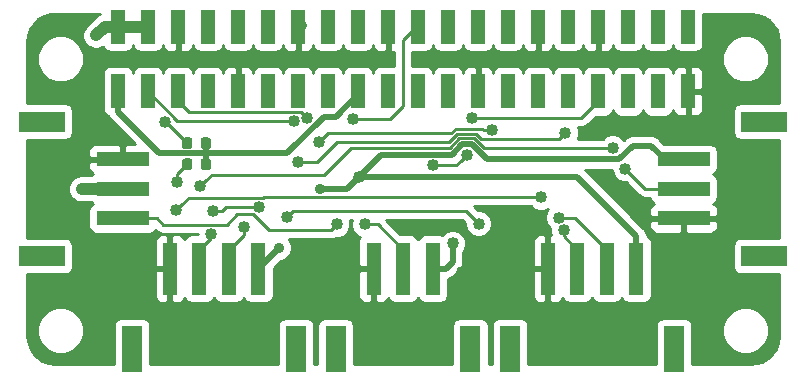
<source format=gbr>
G04 #@! TF.GenerationSoftware,KiCad,Pcbnew,(5.0.2)-1*
G04 #@! TF.CreationDate,2019-07-28T23:35:27-04:00*
G04 #@! TF.ProjectId,AD3D Cloud Connect Board,41443344-2043-46c6-9f75-6420436f6e6e,rev?*
G04 #@! TF.SameCoordinates,Original*
G04 #@! TF.FileFunction,Copper,L2,Bot*
G04 #@! TF.FilePolarity,Positive*
%FSLAX46Y46*%
G04 Gerber Fmt 4.6, Leading zero omitted, Abs format (unit mm)*
G04 Created by KiCad (PCBNEW (5.0.2)-1) date 7/28/2019 11:35:27 PM*
%MOMM*%
%LPD*%
G01*
G04 APERTURE LIST*
G04 #@! TA.AperFunction,SMDPad,CuDef*
%ADD10R,1.270000X3.000000*%
G04 #@! TD*
G04 #@! TA.AperFunction,SMDPad,CuDef*
%ADD11R,1.800000X3.900000*%
G04 #@! TD*
G04 #@! TA.AperFunction,SMDPad,CuDef*
%ADD12R,1.300000X4.500000*%
G04 #@! TD*
G04 #@! TA.AperFunction,SMDPad,CuDef*
%ADD13R,3.900000X1.800000*%
G04 #@! TD*
G04 #@! TA.AperFunction,SMDPad,CuDef*
%ADD14R,4.500000X1.300000*%
G04 #@! TD*
G04 #@! TA.AperFunction,Conductor*
%ADD15C,0.150000*%
G04 #@! TD*
G04 #@! TA.AperFunction,SMDPad,CuDef*
%ADD16C,0.875000*%
G04 #@! TD*
G04 #@! TA.AperFunction,ViaPad*
%ADD17C,1.016000*%
G04 #@! TD*
G04 #@! TA.AperFunction,ViaPad*
%ADD18C,0.900000*%
G04 #@! TD*
G04 #@! TA.AperFunction,Conductor*
%ADD19C,0.508000*%
G04 #@! TD*
G04 #@! TA.AperFunction,Conductor*
%ADD20C,0.762000*%
G04 #@! TD*
G04 #@! TA.AperFunction,Conductor*
%ADD21C,1.016000*%
G04 #@! TD*
G04 #@! TA.AperFunction,Conductor*
%ADD22C,0.254000*%
G04 #@! TD*
G04 APERTURE END LIST*
D10*
G04 #@! TO.P,P1,1*
G04 #@! TO.N,+3V3*
X208370000Y-122730000D03*
G04 #@! TO.P,P1,2*
G04 #@! TO.N,+5V*
X208370000Y-117270000D03*
G04 #@! TO.P,P1,3*
G04 #@! TO.N,/GPIO2(SDA1)*
X210910000Y-122730000D03*
G04 #@! TO.P,P1,4*
G04 #@! TO.N,+5V*
X210910000Y-117270000D03*
G04 #@! TO.P,P1,5*
G04 #@! TO.N,/GPIO3(SCL1)*
X213450000Y-122730000D03*
G04 #@! TO.P,P1,6*
G04 #@! TO.N,GND*
X213450000Y-117270000D03*
G04 #@! TO.P,P1,7*
G04 #@! TO.N,/GPIO4(GCLK)*
X215990000Y-122730000D03*
G04 #@! TO.P,P1,8*
G04 #@! TO.N,/GPIO14(TXD0)*
X215990000Y-117270000D03*
G04 #@! TO.P,P1,9*
G04 #@! TO.N,GND*
X218530000Y-122730000D03*
G04 #@! TO.P,P1,10*
G04 #@! TO.N,/GPIO15(RXD0)*
X218530000Y-117270000D03*
G04 #@! TO.P,P1,11*
G04 #@! TO.N,/GPIO17(GEN0)*
X221070000Y-122730000D03*
G04 #@! TO.P,P1,12*
G04 #@! TO.N,/GPIO18(GEN1)(PWM0)*
X221070000Y-117270000D03*
G04 #@! TO.P,P1,13*
G04 #@! TO.N,/GPIO27(GEN2)*
X223610000Y-122730000D03*
G04 #@! TO.P,P1,14*
G04 #@! TO.N,GND*
X223610000Y-117270000D03*
G04 #@! TO.P,P1,15*
G04 #@! TO.N,/GPIO22(GEN3)*
X226150000Y-122730000D03*
G04 #@! TO.P,P1,16*
G04 #@! TO.N,/GPIO23(GEN4)*
X226150000Y-117270000D03*
G04 #@! TO.P,P1,17*
G04 #@! TO.N,+3V3*
X228690000Y-122730000D03*
G04 #@! TO.P,P1,18*
G04 #@! TO.N,/GPIO24(GEN5)*
X228690000Y-117270000D03*
G04 #@! TO.P,P1,19*
G04 #@! TO.N,/GPIO10(SPI0_MOSI)*
X231230000Y-122730000D03*
G04 #@! TO.P,P1,20*
G04 #@! TO.N,GND*
X231230000Y-117270000D03*
G04 #@! TO.P,P1,21*
G04 #@! TO.N,/GPIO9(SPI0_MISO)*
X233770000Y-122730000D03*
G04 #@! TO.P,P1,22*
G04 #@! TO.N,/GPIO25(GEN6)*
X233770000Y-117270000D03*
G04 #@! TO.P,P1,23*
G04 #@! TO.N,/GPIO11(SPI0_SCK)*
X236310000Y-122730000D03*
G04 #@! TO.P,P1,24*
G04 #@! TO.N,/GPIO8(SPI0_CE_N)*
X236310000Y-117270000D03*
G04 #@! TO.P,P1,25*
G04 #@! TO.N,GND*
X238850000Y-122730000D03*
G04 #@! TO.P,P1,26*
G04 #@! TO.N,/GPIO7(SPI1_CE_N)*
X238850000Y-117270000D03*
G04 #@! TO.P,P1,27*
G04 #@! TO.N,/ID_SD*
X241390000Y-122730000D03*
G04 #@! TO.P,P1,28*
G04 #@! TO.N,/ID_SC*
X241390000Y-117270000D03*
G04 #@! TO.P,P1,29*
G04 #@! TO.N,/GPIO5*
X243930000Y-122730000D03*
G04 #@! TO.P,P1,30*
G04 #@! TO.N,GND*
X243930000Y-117270000D03*
G04 #@! TO.P,P1,31*
G04 #@! TO.N,/GPIO6*
X246470000Y-122730000D03*
G04 #@! TO.P,P1,32*
G04 #@! TO.N,/GPIO12(PWM0)*
X246470000Y-117270000D03*
G04 #@! TO.P,P1,33*
G04 #@! TO.N,/GPIO13(PWM1)*
X249010000Y-122730000D03*
G04 #@! TO.P,P1,34*
G04 #@! TO.N,GND*
X249010000Y-117270000D03*
G04 #@! TO.P,P1,35*
G04 #@! TO.N,/GPIO19(SPI1_MISO)*
X251550000Y-122730000D03*
G04 #@! TO.P,P1,36*
G04 #@! TO.N,/GPIO16*
X251550000Y-117270000D03*
G04 #@! TO.P,P1,37*
G04 #@! TO.N,/GPIO26*
X254090000Y-122730000D03*
G04 #@! TO.P,P1,38*
G04 #@! TO.N,/GPIO20(SPI1_MOSI)*
X254090000Y-117270000D03*
G04 #@! TO.P,P1,39*
G04 #@! TO.N,GND*
X256630000Y-122730000D03*
G04 #@! TO.P,P1,40*
G04 #@! TO.N,/GPIO21(SPI1_SCK)*
X256630000Y-117270000D03*
G04 #@! TD*
D11*
G04 #@! TO.P,J3,*
G04 #@! TO.N,*
X226800000Y-144550000D03*
X238200000Y-144550000D03*
D12*
G04 #@! TO.P,J3,3*
G04 #@! TO.N,GND*
X230000000Y-137750000D03*
G04 #@! TO.P,J3,1*
G04 #@! TO.N,+3V3*
X235000000Y-137750000D03*
G04 #@! TO.P,J3,2*
G04 #@! TO.N,/GPIO25(GEN6)*
X232500000Y-137750000D03*
G04 #@! TD*
D13*
G04 #@! TO.P,J6,*
G04 #@! TO.N,*
X201950000Y-125300000D03*
X201950000Y-136700000D03*
D14*
G04 #@! TO.P,J6,3*
G04 #@! TO.N,GND*
X208750000Y-128500000D03*
G04 #@! TO.P,J6,1*
G04 #@! TO.N,/GPIO23(GEN4)*
X208750000Y-133500000D03*
G04 #@! TO.P,J6,2*
G04 #@! TO.N,+5V*
X208750000Y-131000000D03*
G04 #@! TD*
D13*
G04 #@! TO.P,J5,*
G04 #@! TO.N,*
X263050000Y-136700000D03*
X263050000Y-125300000D03*
D14*
G04 #@! TO.P,J5,3*
G04 #@! TO.N,GND*
X256250000Y-133500000D03*
G04 #@! TO.P,J5,1*
G04 #@! TO.N,+3V3*
X256250000Y-128500000D03*
G04 #@! TO.P,J5,2*
G04 #@! TO.N,/GPIO26*
X256250000Y-131000000D03*
G04 #@! TD*
D12*
G04 #@! TO.P,J2,1*
G04 #@! TO.N,+3V3*
X252250000Y-137750000D03*
G04 #@! TO.P,J2,2*
G04 #@! TO.N,/GPIO3(SCL1)*
X249750000Y-137750000D03*
G04 #@! TO.P,J2,3*
G04 #@! TO.N,/GPIO2(SDA1)*
X247250000Y-137750000D03*
G04 #@! TO.P,J2,4*
G04 #@! TO.N,GND*
X244750000Y-137750000D03*
D11*
G04 #@! TO.P,J2,5*
G04 #@! TO.N,N/C*
X241550000Y-144550000D03*
G04 #@! TO.P,J2,6*
X255450000Y-144550000D03*
G04 #@! TD*
G04 #@! TO.P,J4,6*
G04 #@! TO.N,N/C*
X223450000Y-144550000D03*
G04 #@! TO.P,J4,5*
X209550000Y-144550000D03*
D12*
G04 #@! TO.P,J4,4*
G04 #@! TO.N,GND*
X212750000Y-137750000D03*
G04 #@! TO.P,J4,3*
G04 #@! TO.N,/GPIO15(RXD0)*
X215250000Y-137750000D03*
G04 #@! TO.P,J4,2*
G04 #@! TO.N,/GPIO14(TXD0)*
X217750000Y-137750000D03*
G04 #@! TO.P,J4,1*
G04 #@! TO.N,+3V3*
X220250000Y-137750000D03*
G04 #@! TD*
D15*
G04 #@! TO.N,Net-(D1-Pad1)*
G04 #@! TO.C,R8*
G36*
X214463691Y-128431053D02*
X214484926Y-128434203D01*
X214505750Y-128439419D01*
X214525962Y-128446651D01*
X214545368Y-128455830D01*
X214563781Y-128466866D01*
X214581024Y-128479654D01*
X214596930Y-128494070D01*
X214611346Y-128509976D01*
X214624134Y-128527219D01*
X214635170Y-128545632D01*
X214644349Y-128565038D01*
X214651581Y-128585250D01*
X214656797Y-128606074D01*
X214659947Y-128627309D01*
X214661000Y-128648750D01*
X214661000Y-129161250D01*
X214659947Y-129182691D01*
X214656797Y-129203926D01*
X214651581Y-129224750D01*
X214644349Y-129244962D01*
X214635170Y-129264368D01*
X214624134Y-129282781D01*
X214611346Y-129300024D01*
X214596930Y-129315930D01*
X214581024Y-129330346D01*
X214563781Y-129343134D01*
X214545368Y-129354170D01*
X214525962Y-129363349D01*
X214505750Y-129370581D01*
X214484926Y-129375797D01*
X214463691Y-129378947D01*
X214442250Y-129380000D01*
X214004750Y-129380000D01*
X213983309Y-129378947D01*
X213962074Y-129375797D01*
X213941250Y-129370581D01*
X213921038Y-129363349D01*
X213901632Y-129354170D01*
X213883219Y-129343134D01*
X213865976Y-129330346D01*
X213850070Y-129315930D01*
X213835654Y-129300024D01*
X213822866Y-129282781D01*
X213811830Y-129264368D01*
X213802651Y-129244962D01*
X213795419Y-129224750D01*
X213790203Y-129203926D01*
X213787053Y-129182691D01*
X213786000Y-129161250D01*
X213786000Y-128648750D01*
X213787053Y-128627309D01*
X213790203Y-128606074D01*
X213795419Y-128585250D01*
X213802651Y-128565038D01*
X213811830Y-128545632D01*
X213822866Y-128527219D01*
X213835654Y-128509976D01*
X213850070Y-128494070D01*
X213865976Y-128479654D01*
X213883219Y-128466866D01*
X213901632Y-128455830D01*
X213921038Y-128446651D01*
X213941250Y-128439419D01*
X213962074Y-128434203D01*
X213983309Y-128431053D01*
X214004750Y-128430000D01*
X214442250Y-128430000D01*
X214463691Y-128431053D01*
X214463691Y-128431053D01*
G37*
D16*
G04 #@! TD*
G04 #@! TO.P,R8,2*
G04 #@! TO.N,Net-(D1-Pad1)*
X214223500Y-128905000D03*
D15*
G04 #@! TO.N,+3V3*
G04 #@! TO.C,R8*
G36*
X216038691Y-128431053D02*
X216059926Y-128434203D01*
X216080750Y-128439419D01*
X216100962Y-128446651D01*
X216120368Y-128455830D01*
X216138781Y-128466866D01*
X216156024Y-128479654D01*
X216171930Y-128494070D01*
X216186346Y-128509976D01*
X216199134Y-128527219D01*
X216210170Y-128545632D01*
X216219349Y-128565038D01*
X216226581Y-128585250D01*
X216231797Y-128606074D01*
X216234947Y-128627309D01*
X216236000Y-128648750D01*
X216236000Y-129161250D01*
X216234947Y-129182691D01*
X216231797Y-129203926D01*
X216226581Y-129224750D01*
X216219349Y-129244962D01*
X216210170Y-129264368D01*
X216199134Y-129282781D01*
X216186346Y-129300024D01*
X216171930Y-129315930D01*
X216156024Y-129330346D01*
X216138781Y-129343134D01*
X216120368Y-129354170D01*
X216100962Y-129363349D01*
X216080750Y-129370581D01*
X216059926Y-129375797D01*
X216038691Y-129378947D01*
X216017250Y-129380000D01*
X215579750Y-129380000D01*
X215558309Y-129378947D01*
X215537074Y-129375797D01*
X215516250Y-129370581D01*
X215496038Y-129363349D01*
X215476632Y-129354170D01*
X215458219Y-129343134D01*
X215440976Y-129330346D01*
X215425070Y-129315930D01*
X215410654Y-129300024D01*
X215397866Y-129282781D01*
X215386830Y-129264368D01*
X215377651Y-129244962D01*
X215370419Y-129224750D01*
X215365203Y-129203926D01*
X215362053Y-129182691D01*
X215361000Y-129161250D01*
X215361000Y-128648750D01*
X215362053Y-128627309D01*
X215365203Y-128606074D01*
X215370419Y-128585250D01*
X215377651Y-128565038D01*
X215386830Y-128545632D01*
X215397866Y-128527219D01*
X215410654Y-128509976D01*
X215425070Y-128494070D01*
X215440976Y-128479654D01*
X215458219Y-128466866D01*
X215476632Y-128455830D01*
X215496038Y-128446651D01*
X215516250Y-128439419D01*
X215537074Y-128434203D01*
X215558309Y-128431053D01*
X215579750Y-128430000D01*
X216017250Y-128430000D01*
X216038691Y-128431053D01*
X216038691Y-128431053D01*
G37*
D16*
G04 #@! TD*
G04 #@! TO.P,R8,1*
G04 #@! TO.N,+3V3*
X215798500Y-128905000D03*
D15*
G04 #@! TO.N,Net-(D1-Pad3)*
G04 #@! TO.C,R7*
G36*
X214463691Y-126653053D02*
X214484926Y-126656203D01*
X214505750Y-126661419D01*
X214525962Y-126668651D01*
X214545368Y-126677830D01*
X214563781Y-126688866D01*
X214581024Y-126701654D01*
X214596930Y-126716070D01*
X214611346Y-126731976D01*
X214624134Y-126749219D01*
X214635170Y-126767632D01*
X214644349Y-126787038D01*
X214651581Y-126807250D01*
X214656797Y-126828074D01*
X214659947Y-126849309D01*
X214661000Y-126870750D01*
X214661000Y-127383250D01*
X214659947Y-127404691D01*
X214656797Y-127425926D01*
X214651581Y-127446750D01*
X214644349Y-127466962D01*
X214635170Y-127486368D01*
X214624134Y-127504781D01*
X214611346Y-127522024D01*
X214596930Y-127537930D01*
X214581024Y-127552346D01*
X214563781Y-127565134D01*
X214545368Y-127576170D01*
X214525962Y-127585349D01*
X214505750Y-127592581D01*
X214484926Y-127597797D01*
X214463691Y-127600947D01*
X214442250Y-127602000D01*
X214004750Y-127602000D01*
X213983309Y-127600947D01*
X213962074Y-127597797D01*
X213941250Y-127592581D01*
X213921038Y-127585349D01*
X213901632Y-127576170D01*
X213883219Y-127565134D01*
X213865976Y-127552346D01*
X213850070Y-127537930D01*
X213835654Y-127522024D01*
X213822866Y-127504781D01*
X213811830Y-127486368D01*
X213802651Y-127466962D01*
X213795419Y-127446750D01*
X213790203Y-127425926D01*
X213787053Y-127404691D01*
X213786000Y-127383250D01*
X213786000Y-126870750D01*
X213787053Y-126849309D01*
X213790203Y-126828074D01*
X213795419Y-126807250D01*
X213802651Y-126787038D01*
X213811830Y-126767632D01*
X213822866Y-126749219D01*
X213835654Y-126731976D01*
X213850070Y-126716070D01*
X213865976Y-126701654D01*
X213883219Y-126688866D01*
X213901632Y-126677830D01*
X213921038Y-126668651D01*
X213941250Y-126661419D01*
X213962074Y-126656203D01*
X213983309Y-126653053D01*
X214004750Y-126652000D01*
X214442250Y-126652000D01*
X214463691Y-126653053D01*
X214463691Y-126653053D01*
G37*
D16*
G04 #@! TD*
G04 #@! TO.P,R7,1*
G04 #@! TO.N,Net-(D1-Pad3)*
X214223500Y-127127000D03*
D15*
G04 #@! TO.N,+3V3*
G04 #@! TO.C,R7*
G36*
X216038691Y-126653053D02*
X216059926Y-126656203D01*
X216080750Y-126661419D01*
X216100962Y-126668651D01*
X216120368Y-126677830D01*
X216138781Y-126688866D01*
X216156024Y-126701654D01*
X216171930Y-126716070D01*
X216186346Y-126731976D01*
X216199134Y-126749219D01*
X216210170Y-126767632D01*
X216219349Y-126787038D01*
X216226581Y-126807250D01*
X216231797Y-126828074D01*
X216234947Y-126849309D01*
X216236000Y-126870750D01*
X216236000Y-127383250D01*
X216234947Y-127404691D01*
X216231797Y-127425926D01*
X216226581Y-127446750D01*
X216219349Y-127466962D01*
X216210170Y-127486368D01*
X216199134Y-127504781D01*
X216186346Y-127522024D01*
X216171930Y-127537930D01*
X216156024Y-127552346D01*
X216138781Y-127565134D01*
X216120368Y-127576170D01*
X216100962Y-127585349D01*
X216080750Y-127592581D01*
X216059926Y-127597797D01*
X216038691Y-127600947D01*
X216017250Y-127602000D01*
X215579750Y-127602000D01*
X215558309Y-127600947D01*
X215537074Y-127597797D01*
X215516250Y-127592581D01*
X215496038Y-127585349D01*
X215476632Y-127576170D01*
X215458219Y-127565134D01*
X215440976Y-127552346D01*
X215425070Y-127537930D01*
X215410654Y-127522024D01*
X215397866Y-127504781D01*
X215386830Y-127486368D01*
X215377651Y-127466962D01*
X215370419Y-127446750D01*
X215365203Y-127425926D01*
X215362053Y-127404691D01*
X215361000Y-127383250D01*
X215361000Y-126870750D01*
X215362053Y-126849309D01*
X215365203Y-126828074D01*
X215370419Y-126807250D01*
X215377651Y-126787038D01*
X215386830Y-126767632D01*
X215397866Y-126749219D01*
X215410654Y-126731976D01*
X215425070Y-126716070D01*
X215440976Y-126701654D01*
X215458219Y-126688866D01*
X215476632Y-126677830D01*
X215496038Y-126668651D01*
X215516250Y-126661419D01*
X215537074Y-126656203D01*
X215558309Y-126653053D01*
X215579750Y-126652000D01*
X216017250Y-126652000D01*
X216038691Y-126653053D01*
X216038691Y-126653053D01*
G37*
D16*
G04 #@! TD*
G04 #@! TO.P,R7,2*
G04 #@! TO.N,+3V3*
X215798500Y-127127000D03*
D17*
G04 #@! TO.N,+3V3*
X236699992Y-135600000D03*
X228690000Y-122730000D03*
X228750000Y-130000000D03*
X208370000Y-122730000D03*
D18*
X222000000Y-136000000D03*
X225500000Y-131000000D03*
D17*
G04 #@! TO.N,+5V*
X210910000Y-117270000D03*
X208370000Y-117270000D03*
X206500000Y-118000000D03*
X205300000Y-131000002D03*
G04 #@! TO.N,GND*
X218500000Y-122730000D03*
X213450000Y-117270000D03*
X243930000Y-117270000D03*
X249010000Y-117270000D03*
X256630000Y-122730000D03*
X238850000Y-122730000D03*
X208500000Y-139000000D03*
X217500000Y-142000000D03*
X227500000Y-138000000D03*
X237500000Y-138000000D03*
X247500000Y-142000000D03*
X256500000Y-139000000D03*
X223610000Y-117270000D03*
X231230000Y-117270000D03*
G04 #@! TO.N,/ID_SD*
X241390000Y-122723180D03*
G04 #@! TO.N,/ID_SC*
X241390000Y-117270000D03*
G04 #@! TO.N,/GPIO5*
X243930000Y-122730000D03*
X244165311Y-131722079D03*
X213300000Y-132799998D03*
G04 #@! TO.N,/GPIO6*
X246470000Y-122730000D03*
G04 #@! TO.N,/GPIO26*
X254090000Y-122730000D03*
X251300000Y-129300000D03*
G04 #@! TO.N,/GPIO2(SDA1)*
X210910000Y-122730000D03*
X246250000Y-126250000D03*
X223600000Y-128700000D03*
X223239461Y-125246010D03*
X246100000Y-134500000D03*
G04 #@! TO.N,/GPIO3(SCL1)*
X213450000Y-122730000D03*
X240000000Y-125976000D03*
X225400000Y-127000000D03*
X224371166Y-124989917D03*
X245674462Y-133439154D03*
G04 #@! TO.N,/GPIO4(GCLK)*
X215990000Y-122730000D03*
G04 #@! TO.N,/GPIO14(TXD0)*
X215990000Y-117270000D03*
X219000000Y-134249992D03*
G04 #@! TO.N,/GPIO15(RXD0)*
X218530000Y-117270000D03*
X216450000Y-132849996D03*
X216255046Y-134824012D03*
X220270908Y-132524023D03*
G04 #@! TO.N,/GPIO17(GEN0)*
X221070000Y-122730000D03*
G04 #@! TO.N,/GPIO27(GEN2)*
X223610000Y-122730000D03*
G04 #@! TO.N,/GPIO22(GEN3)*
X226150000Y-122730000D03*
G04 #@! TO.N,/GPIO23(GEN4)*
X226150000Y-117270000D03*
X226899994Y-134000000D03*
G04 #@! TO.N,/GPIO24(GEN5)*
X228714580Y-117294580D03*
G04 #@! TO.N,/GPIO25(GEN6)*
X233770000Y-117270000D03*
X229250000Y-134000000D03*
X228300000Y-125100000D03*
G04 #@! TO.N,/GPIO18(GEN1)(PWM0)*
X221070000Y-117270000D03*
X238900000Y-133950000D03*
X222659022Y-133356980D03*
G04 #@! TO.N,/GPIO10(SPI0_MOSI)*
X231230000Y-122730000D03*
G04 #@! TO.N,/GPIO9(SPI0_MISO)*
X233770000Y-122730000D03*
G04 #@! TO.N,/GPIO11(SPI0_SCK)*
X236310000Y-122730000D03*
G04 #@! TO.N,/GPIO8(SPI0_CE_N)*
X236310000Y-117270000D03*
G04 #@! TO.N,/GPIO7(SPI1_CE_N)*
X238850000Y-117270000D03*
G04 #@! TO.N,/GPIO12(PWM0)*
X246470000Y-117270000D03*
G04 #@! TO.N,/GPIO13(PWM1)*
X249010000Y-122730000D03*
X238300000Y-125000000D03*
X235000000Y-129000000D03*
X237900000Y-128100000D03*
G04 #@! TO.N,/GPIO19(SPI1_MISO)*
X251550000Y-122730000D03*
G04 #@! TO.N,/GPIO16*
X251550000Y-117270000D03*
X250250000Y-127499990D03*
X215350000Y-130750002D03*
G04 #@! TO.N,/GPIO20(SPI1_MOSI)*
X254090000Y-117270000D03*
G04 #@! TO.N,/GPIO21(SPI1_SCK)*
X256630000Y-117270000D03*
G04 #@! TO.N,Net-(D1-Pad1)*
X213400000Y-130400000D03*
G04 #@! TO.N,Net-(D1-Pad3)*
X212375076Y-125324924D03*
G04 #@! TD*
D19*
G04 #@! TO.N,+3V3*
X220250000Y-137750000D02*
X220250000Y-136011529D01*
X235000000Y-137750000D02*
X236158000Y-137750000D01*
X236699992Y-137208008D02*
X236699992Y-135600000D01*
X236158000Y-137750000D02*
X236699992Y-137208008D01*
X208370000Y-122730000D02*
X208370000Y-122730000D01*
X215798500Y-127981510D02*
X215800000Y-127983010D01*
X215798500Y-127127000D02*
X215798500Y-127981510D01*
X215798500Y-127984510D02*
X215800000Y-127983010D01*
X215798500Y-128905000D02*
X215798500Y-127984510D01*
X211867286Y-127983010D02*
X215800000Y-127983010D01*
X208370000Y-122730000D02*
X208370000Y-124485724D01*
X208370000Y-124485724D02*
X211867286Y-127983010D01*
X229468420Y-130000000D02*
X228750000Y-130000000D01*
X252250000Y-134992000D02*
X247258000Y-130000000D01*
X252250000Y-137750000D02*
X252250000Y-134992000D01*
X247258000Y-130000000D02*
X229468420Y-130000000D01*
X237523279Y-127210999D02*
X236623294Y-128110984D01*
X230639016Y-128110984D02*
X229257999Y-129492001D01*
X251942276Y-127342000D02*
X250784276Y-128500000D01*
X238326721Y-127210999D02*
X237523279Y-127210999D01*
X253492000Y-127342000D02*
X251942276Y-127342000D01*
X229257999Y-129492001D02*
X228750000Y-130000000D01*
X250784276Y-128500000D02*
X239615722Y-128500000D01*
X256250000Y-128500000D02*
X254650000Y-128500000D01*
X254650000Y-128500000D02*
X253492000Y-127342000D01*
X239615722Y-128500000D02*
X238326721Y-127210999D01*
X236623294Y-128110984D02*
X230639016Y-128110984D01*
X228690000Y-123010802D02*
X228690000Y-122730000D01*
X226800802Y-124900000D02*
X228690000Y-123010802D01*
X225776805Y-124900000D02*
X226800802Y-124900000D01*
X222693795Y-127983010D02*
X225776805Y-124900000D01*
X215800000Y-127983010D02*
X222693795Y-127983010D01*
X220250000Y-137750000D02*
X222000000Y-136000000D01*
X227750000Y-131000000D02*
X228750000Y-130000000D01*
X225500000Y-131000000D02*
X227750000Y-131000000D01*
D20*
G04 #@! TO.N,+5V*
X210735000Y-117270000D02*
X210910000Y-117095000D01*
X208370000Y-117095000D02*
X208545000Y-117270000D01*
D21*
X208545000Y-117270000D02*
X210735000Y-117270000D01*
X208370000Y-117095000D02*
X208370000Y-117270000D01*
X207230000Y-117270000D02*
X206500000Y-118000000D01*
X208370000Y-117270000D02*
X207230000Y-117270000D01*
X208750000Y-131000000D02*
X205300002Y-131000000D01*
X205300002Y-131000000D02*
X205300000Y-131000002D01*
D20*
G04 #@! TO.N,GND*
X223610000Y-117095000D02*
X223955598Y-117095000D01*
D22*
G04 #@! TO.N,/GPIO5*
X214337985Y-131762013D02*
X213807999Y-132291999D01*
X220705695Y-131722079D02*
X220665761Y-131762013D01*
X244165311Y-131722079D02*
X220705695Y-131722079D01*
X220665761Y-131762013D02*
X214337985Y-131762013D01*
X213807999Y-132291999D02*
X213300000Y-132799998D01*
G04 #@! TO.N,/GPIO26*
X251807999Y-129807999D02*
X251300000Y-129300000D01*
X253000000Y-131000000D02*
X251807999Y-129807999D01*
X256250000Y-131000000D02*
X253000000Y-131000000D01*
G04 #@! TO.N,/GPIO2(SDA1)*
X239130987Y-126757999D02*
X238694964Y-126321978D01*
X246250000Y-126250000D02*
X245742001Y-126757999D01*
X226918420Y-127000000D02*
X225218420Y-128700000D01*
X245742001Y-126757999D02*
X239130987Y-126757999D01*
X238694964Y-126321978D02*
X237105032Y-126321980D01*
X237105032Y-126321980D02*
X236427012Y-127000000D01*
X224318420Y-128700000D02*
X223600000Y-128700000D01*
X225218420Y-128700000D02*
X224318420Y-128700000D01*
X236427012Y-127000000D02*
X226918420Y-127000000D01*
X213373808Y-125246010D02*
X222521041Y-125246010D01*
X211032798Y-122905000D02*
X213373808Y-125246010D01*
X210910000Y-122905000D02*
X211032798Y-122905000D01*
X222521041Y-125246010D02*
X223239461Y-125246010D01*
X246100000Y-135000000D02*
X246100000Y-134500000D01*
X247250000Y-136150000D02*
X246100000Y-135000000D01*
X247250000Y-137750000D02*
X247250000Y-136150000D01*
G04 #@! TO.N,/GPIO3(SCL1)*
X236596181Y-126292001D02*
X226107999Y-126292001D01*
X226107999Y-126292001D02*
X225907999Y-126492001D01*
X239246551Y-125940971D02*
X236947211Y-125940971D01*
X239281580Y-125976000D02*
X239246551Y-125940971D01*
X236947211Y-125940971D02*
X236596181Y-126292001D01*
X225907999Y-126492001D02*
X225400000Y-127000000D01*
X240000000Y-125976000D02*
X239281580Y-125976000D01*
X213450000Y-122730000D02*
X213450000Y-123595000D01*
X223865250Y-124484001D02*
X224371166Y-124989917D01*
X214339000Y-124484000D02*
X223865250Y-124484001D01*
X213450000Y-123595000D02*
X214339000Y-124484000D01*
X249750000Y-136150000D02*
X247039154Y-133439154D01*
X246392882Y-133439154D02*
X245674462Y-133439154D01*
X247039154Y-133439154D02*
X246392882Y-133439154D01*
X249750000Y-137750000D02*
X249750000Y-136150000D01*
G04 #@! TO.N,/GPIO14(TXD0)*
X219000000Y-134900000D02*
X219000000Y-134249992D01*
X217750000Y-136150000D02*
X219000000Y-134900000D01*
X217750000Y-137750000D02*
X217750000Y-136150000D01*
G04 #@! TO.N,/GPIO15(RXD0)*
X216255046Y-135144954D02*
X216255046Y-134824012D01*
X215250000Y-136150000D02*
X216255046Y-135144954D01*
X215250000Y-137750000D02*
X215250000Y-136150000D01*
X217494393Y-132524023D02*
X220270908Y-132524023D01*
X217168420Y-132849996D02*
X217494393Y-132524023D01*
X216450000Y-132849996D02*
X217168420Y-132849996D01*
G04 #@! TO.N,/GPIO17(GEN0)*
X221074260Y-122905000D02*
X221070000Y-122905000D01*
G04 #@! TO.N,/GPIO23(GEN4)*
X212212002Y-134062002D02*
X217560236Y-134062002D01*
X218481866Y-133140372D02*
X219759505Y-133140372D01*
X226391995Y-134507999D02*
X226899994Y-134000000D01*
X221127132Y-134507999D02*
X226391995Y-134507999D01*
X208750000Y-133500000D02*
X211650000Y-133500000D01*
X211650000Y-133500000D02*
X212212002Y-134062002D01*
X217560236Y-134062002D02*
X218481866Y-133140372D01*
X219759505Y-133140372D02*
X221127132Y-134507999D01*
G04 #@! TO.N,/GPIO25(GEN6)*
X230350000Y-134000000D02*
X229250000Y-134000000D01*
X232500000Y-137750000D02*
X232500000Y-136150000D01*
X232500000Y-136150000D02*
X230350000Y-134000000D01*
X232500000Y-118365000D02*
X232500000Y-124000000D01*
X233770000Y-117095000D02*
X232500000Y-118365000D01*
X229018420Y-125100000D02*
X228300000Y-125100000D01*
X232500000Y-124000000D02*
X231400000Y-125100000D01*
X231400000Y-125100000D02*
X229018420Y-125100000D01*
G04 #@! TO.N,/GPIO18(GEN1)(PWM0)*
X238900000Y-133950000D02*
X237798981Y-132848981D01*
X223167021Y-132848981D02*
X222659022Y-133356980D01*
X237798981Y-132848981D02*
X223167021Y-132848981D01*
G04 #@! TO.N,/GPIO13(PWM1)*
X247605000Y-125000000D02*
X238300000Y-125000000D01*
X249010000Y-123595000D02*
X247605000Y-125000000D01*
X249010000Y-122730000D02*
X249010000Y-123595000D01*
X237392001Y-128607999D02*
X237900000Y-128100000D01*
X235000000Y-129000000D02*
X237000000Y-129000000D01*
X237000000Y-129000000D02*
X237392001Y-128607999D01*
G04 #@! TO.N,/GPIO16*
X225807771Y-129800000D02*
X216300002Y-129800000D01*
X238537146Y-126702988D02*
X237262853Y-126702989D01*
X237262853Y-126702989D02*
X236465852Y-127499990D01*
X250250000Y-127499990D02*
X239334148Y-127499990D01*
X236465852Y-127499990D02*
X228107781Y-127499990D01*
X228107781Y-127499990D02*
X225807771Y-129800000D01*
X215857999Y-130242003D02*
X215350000Y-130750002D01*
X239334148Y-127499990D02*
X238537146Y-126702988D01*
X216300002Y-129800000D02*
X215857999Y-130242003D01*
G04 #@! TO.N,Net-(D1-Pad1)*
X213400000Y-129728500D02*
X213400000Y-130400000D01*
X214223500Y-128905000D02*
X213400000Y-129728500D01*
G04 #@! TO.N,Net-(D1-Pad3)*
X212421424Y-125324924D02*
X212375076Y-125324924D01*
X214223500Y-127127000D02*
X212421424Y-125324924D01*
G04 #@! TD*
G04 #@! TO.N,GND*
G36*
X206784024Y-116193318D02*
X206405943Y-116445943D01*
X206342174Y-116541380D01*
X205852545Y-117031010D01*
X205852542Y-117031011D01*
X205531011Y-117352542D01*
X205487082Y-117458595D01*
X205423319Y-117554024D01*
X205400928Y-117666592D01*
X205357000Y-117772643D01*
X205357000Y-117887429D01*
X205334608Y-118000000D01*
X205357000Y-118112571D01*
X205357000Y-118227357D01*
X205400928Y-118333408D01*
X205423319Y-118445976D01*
X205487082Y-118541405D01*
X205531011Y-118647458D01*
X205612181Y-118728628D01*
X205675944Y-118824056D01*
X205771372Y-118887819D01*
X205852542Y-118968989D01*
X205958595Y-119012918D01*
X206054024Y-119076681D01*
X206166592Y-119099072D01*
X206272643Y-119143000D01*
X206387429Y-119143000D01*
X206500000Y-119165392D01*
X206612571Y-119143000D01*
X206727357Y-119143000D01*
X206833408Y-119099072D01*
X206945976Y-119076681D01*
X207041405Y-119012918D01*
X207128687Y-118976764D01*
X207136843Y-119017765D01*
X207277191Y-119227809D01*
X207487235Y-119368157D01*
X207735000Y-119417440D01*
X209005000Y-119417440D01*
X209252765Y-119368157D01*
X209462809Y-119227809D01*
X209603157Y-119017765D01*
X209640000Y-118832541D01*
X209676843Y-119017765D01*
X209817191Y-119227809D01*
X210027235Y-119368157D01*
X210275000Y-119417440D01*
X211545000Y-119417440D01*
X211792765Y-119368157D01*
X212002809Y-119227809D01*
X212143157Y-119017765D01*
X212180000Y-118832541D01*
X212180000Y-118896310D01*
X212276673Y-119129699D01*
X212455302Y-119308327D01*
X212688691Y-119405000D01*
X213164250Y-119405000D01*
X213323000Y-119246250D01*
X213323000Y-117397000D01*
X213303000Y-117397000D01*
X213303000Y-117143000D01*
X213323000Y-117143000D01*
X213323000Y-117123000D01*
X213577000Y-117123000D01*
X213577000Y-117143000D01*
X213597000Y-117143000D01*
X213597000Y-117397000D01*
X213577000Y-117397000D01*
X213577000Y-119246250D01*
X213735750Y-119405000D01*
X214211309Y-119405000D01*
X214444698Y-119308327D01*
X214623327Y-119129699D01*
X214720000Y-118896310D01*
X214720000Y-118832541D01*
X214756843Y-119017765D01*
X214897191Y-119227809D01*
X215107235Y-119368157D01*
X215355000Y-119417440D01*
X216625000Y-119417440D01*
X216872765Y-119368157D01*
X217082809Y-119227809D01*
X217223157Y-119017765D01*
X217260000Y-118832541D01*
X217296843Y-119017765D01*
X217437191Y-119227809D01*
X217647235Y-119368157D01*
X217895000Y-119417440D01*
X219165000Y-119417440D01*
X219412765Y-119368157D01*
X219622809Y-119227809D01*
X219763157Y-119017765D01*
X219800000Y-118832541D01*
X219836843Y-119017765D01*
X219977191Y-119227809D01*
X220187235Y-119368157D01*
X220435000Y-119417440D01*
X221705000Y-119417440D01*
X221952765Y-119368157D01*
X222162809Y-119227809D01*
X222303157Y-119017765D01*
X222340000Y-118832541D01*
X222340000Y-118896310D01*
X222436673Y-119129699D01*
X222615302Y-119308327D01*
X222848691Y-119405000D01*
X223324250Y-119405000D01*
X223483000Y-119246250D01*
X223483000Y-117397000D01*
X223463000Y-117397000D01*
X223463000Y-117143000D01*
X223483000Y-117143000D01*
X223483000Y-117123000D01*
X223737000Y-117123000D01*
X223737000Y-117143000D01*
X223757000Y-117143000D01*
X223757000Y-117397000D01*
X223737000Y-117397000D01*
X223737000Y-119246250D01*
X223895750Y-119405000D01*
X224371309Y-119405000D01*
X224604698Y-119308327D01*
X224783327Y-119129699D01*
X224880000Y-118896310D01*
X224880000Y-118832541D01*
X224916843Y-119017765D01*
X225057191Y-119227809D01*
X225267235Y-119368157D01*
X225515000Y-119417440D01*
X226785000Y-119417440D01*
X227032765Y-119368157D01*
X227242809Y-119227809D01*
X227383157Y-119017765D01*
X227420000Y-118832541D01*
X227456843Y-119017765D01*
X227597191Y-119227809D01*
X227807235Y-119368157D01*
X228055000Y-119417440D01*
X229325000Y-119417440D01*
X229572765Y-119368157D01*
X229782809Y-119227809D01*
X229923157Y-119017765D01*
X229960000Y-118832541D01*
X229960000Y-118896310D01*
X230056673Y-119129699D01*
X230235302Y-119308327D01*
X230468691Y-119405000D01*
X230944250Y-119405000D01*
X231103000Y-119246250D01*
X231103000Y-117397000D01*
X231083000Y-117397000D01*
X231083000Y-117143000D01*
X231103000Y-117143000D01*
X231103000Y-117123000D01*
X231357000Y-117123000D01*
X231357000Y-117143000D01*
X231377000Y-117143000D01*
X231377000Y-117397000D01*
X231357000Y-117397000D01*
X231357000Y-119246250D01*
X231515750Y-119405000D01*
X231738000Y-119405000D01*
X231738000Y-120582560D01*
X230595000Y-120582560D01*
X230347235Y-120631843D01*
X230137191Y-120772191D01*
X229996843Y-120982235D01*
X229960000Y-121167459D01*
X229923157Y-120982235D01*
X229782809Y-120772191D01*
X229572765Y-120631843D01*
X229325000Y-120582560D01*
X228055000Y-120582560D01*
X227807235Y-120631843D01*
X227597191Y-120772191D01*
X227456843Y-120982235D01*
X227420000Y-121167459D01*
X227383157Y-120982235D01*
X227242809Y-120772191D01*
X227032765Y-120631843D01*
X226785000Y-120582560D01*
X225515000Y-120582560D01*
X225267235Y-120631843D01*
X225057191Y-120772191D01*
X224916843Y-120982235D01*
X224880000Y-121167459D01*
X224843157Y-120982235D01*
X224702809Y-120772191D01*
X224492765Y-120631843D01*
X224245000Y-120582560D01*
X222975000Y-120582560D01*
X222727235Y-120631843D01*
X222517191Y-120772191D01*
X222376843Y-120982235D01*
X222340000Y-121167459D01*
X222303157Y-120982235D01*
X222162809Y-120772191D01*
X221952765Y-120631843D01*
X221705000Y-120582560D01*
X220435000Y-120582560D01*
X220187235Y-120631843D01*
X219977191Y-120772191D01*
X219836843Y-120982235D01*
X219800000Y-121167459D01*
X219800000Y-121103690D01*
X219703327Y-120870301D01*
X219524698Y-120691673D01*
X219291309Y-120595000D01*
X218815750Y-120595000D01*
X218657000Y-120753750D01*
X218657000Y-122603000D01*
X218677000Y-122603000D01*
X218677000Y-122857000D01*
X218657000Y-122857000D01*
X218657000Y-122877000D01*
X218403000Y-122877000D01*
X218403000Y-122857000D01*
X218383000Y-122857000D01*
X218383000Y-122603000D01*
X218403000Y-122603000D01*
X218403000Y-120753750D01*
X218244250Y-120595000D01*
X217768691Y-120595000D01*
X217535302Y-120691673D01*
X217356673Y-120870301D01*
X217260000Y-121103690D01*
X217260000Y-121167459D01*
X217223157Y-120982235D01*
X217082809Y-120772191D01*
X216872765Y-120631843D01*
X216625000Y-120582560D01*
X215355000Y-120582560D01*
X215107235Y-120631843D01*
X214897191Y-120772191D01*
X214756843Y-120982235D01*
X214720000Y-121167459D01*
X214683157Y-120982235D01*
X214542809Y-120772191D01*
X214332765Y-120631843D01*
X214085000Y-120582560D01*
X212815000Y-120582560D01*
X212567235Y-120631843D01*
X212357191Y-120772191D01*
X212216843Y-120982235D01*
X212180000Y-121167459D01*
X212143157Y-120982235D01*
X212002809Y-120772191D01*
X211792765Y-120631843D01*
X211545000Y-120582560D01*
X210275000Y-120582560D01*
X210027235Y-120631843D01*
X209817191Y-120772191D01*
X209676843Y-120982235D01*
X209640000Y-121167459D01*
X209603157Y-120982235D01*
X209462809Y-120772191D01*
X209252765Y-120631843D01*
X209005000Y-120582560D01*
X207735000Y-120582560D01*
X207487235Y-120631843D01*
X207277191Y-120772191D01*
X207136843Y-120982235D01*
X207087560Y-121230000D01*
X207087560Y-124230000D01*
X207136843Y-124477765D01*
X207277191Y-124687809D01*
X207487235Y-124828157D01*
X207536114Y-124837879D01*
X207610157Y-124948693D01*
X207729068Y-125126657D01*
X207803294Y-125176253D01*
X209842040Y-127215000D01*
X209035750Y-127215000D01*
X208877000Y-127373750D01*
X208877000Y-128373000D01*
X208897000Y-128373000D01*
X208897000Y-128627000D01*
X208877000Y-128627000D01*
X208877000Y-128647000D01*
X208623000Y-128647000D01*
X208623000Y-128627000D01*
X206023750Y-128627000D01*
X205865000Y-128785750D01*
X205865000Y-129276309D01*
X205961673Y-129509698D01*
X206140301Y-129688327D01*
X206280209Y-129746279D01*
X206252235Y-129751843D01*
X206094858Y-129857000D01*
X205412573Y-129857000D01*
X205300002Y-129834608D01*
X205187431Y-129857000D01*
X205187430Y-129857000D01*
X205187420Y-129857002D01*
X205072643Y-129857002D01*
X204966603Y-129900925D01*
X204854026Y-129923318D01*
X204758588Y-129987087D01*
X204652542Y-130031013D01*
X204571378Y-130112177D01*
X204475945Y-130175943D01*
X204412179Y-130271376D01*
X204331011Y-130352544D01*
X204287083Y-130458595D01*
X204223320Y-130554024D01*
X204223319Y-130554026D01*
X204200928Y-130666594D01*
X204157000Y-130772645D01*
X204157000Y-130887431D01*
X204134608Y-131000002D01*
X204157000Y-131112573D01*
X204157000Y-131227359D01*
X204200928Y-131333410D01*
X204223319Y-131445978D01*
X204287082Y-131541407D01*
X204331011Y-131647460D01*
X204412181Y-131728630D01*
X204475944Y-131824058D01*
X204571372Y-131887821D01*
X204652542Y-131968991D01*
X204758595Y-132012920D01*
X204854024Y-132076683D01*
X204966592Y-132099074D01*
X205072643Y-132143002D01*
X205187429Y-132143002D01*
X205300000Y-132165394D01*
X205412571Y-132143002D01*
X205527357Y-132143002D01*
X205527362Y-132143000D01*
X206094858Y-132143000D01*
X206252235Y-132248157D01*
X206261500Y-132250000D01*
X206252235Y-132251843D01*
X206042191Y-132392191D01*
X205901843Y-132602235D01*
X205852560Y-132850000D01*
X205852560Y-134150000D01*
X205901843Y-134397765D01*
X206042191Y-134607809D01*
X206252235Y-134748157D01*
X206500000Y-134797440D01*
X211000000Y-134797440D01*
X211247765Y-134748157D01*
X211457809Y-134607809D01*
X211546878Y-134474509D01*
X211620120Y-134547751D01*
X211662631Y-134611373D01*
X211726253Y-134653884D01*
X211777801Y-134688327D01*
X211914685Y-134779790D01*
X212136954Y-134824002D01*
X212136955Y-134824002D01*
X212212002Y-134838930D01*
X212287049Y-134824002D01*
X215112046Y-134824002D01*
X215112046Y-134852560D01*
X214600000Y-134852560D01*
X214352235Y-134901843D01*
X214142191Y-135042191D01*
X214001843Y-135252235D01*
X213996279Y-135280209D01*
X213938327Y-135140301D01*
X213759698Y-134961673D01*
X213526309Y-134865000D01*
X213035750Y-134865000D01*
X212877000Y-135023750D01*
X212877000Y-137623000D01*
X212897000Y-137623000D01*
X212897000Y-137877000D01*
X212877000Y-137877000D01*
X212877000Y-140476250D01*
X213035750Y-140635000D01*
X213526309Y-140635000D01*
X213759698Y-140538327D01*
X213938327Y-140359699D01*
X213996279Y-140219791D01*
X214001843Y-140247765D01*
X214142191Y-140457809D01*
X214352235Y-140598157D01*
X214600000Y-140647440D01*
X215900000Y-140647440D01*
X216147765Y-140598157D01*
X216357809Y-140457809D01*
X216498157Y-140247765D01*
X216500000Y-140238500D01*
X216501843Y-140247765D01*
X216642191Y-140457809D01*
X216852235Y-140598157D01*
X217100000Y-140647440D01*
X218400000Y-140647440D01*
X218647765Y-140598157D01*
X218857809Y-140457809D01*
X218998157Y-140247765D01*
X219000000Y-140238500D01*
X219001843Y-140247765D01*
X219142191Y-140457809D01*
X219352235Y-140598157D01*
X219600000Y-140647440D01*
X220900000Y-140647440D01*
X221147765Y-140598157D01*
X221357809Y-140457809D01*
X221498157Y-140247765D01*
X221547440Y-140000000D01*
X221547440Y-138035750D01*
X228715000Y-138035750D01*
X228715000Y-140126310D01*
X228811673Y-140359699D01*
X228990302Y-140538327D01*
X229223691Y-140635000D01*
X229714250Y-140635000D01*
X229873000Y-140476250D01*
X229873000Y-137877000D01*
X228873750Y-137877000D01*
X228715000Y-138035750D01*
X221547440Y-138035750D01*
X221547440Y-137709795D01*
X222172236Y-137085000D01*
X222215820Y-137085000D01*
X222614603Y-136919818D01*
X222919818Y-136614603D01*
X223085000Y-136215820D01*
X223085000Y-135784180D01*
X222919818Y-135385397D01*
X222804420Y-135269999D01*
X226316952Y-135269999D01*
X226391995Y-135284926D01*
X226467038Y-135269999D01*
X226467043Y-135269999D01*
X226689312Y-135225787D01*
X226813212Y-135143000D01*
X227127351Y-135143000D01*
X227547452Y-134968989D01*
X227868983Y-134647458D01*
X228042994Y-134227357D01*
X228042994Y-133772643D01*
X227976032Y-133610981D01*
X228173962Y-133610981D01*
X228107000Y-133772643D01*
X228107000Y-134227357D01*
X228281011Y-134647458D01*
X228602542Y-134968989D01*
X228871556Y-135080418D01*
X228811673Y-135140301D01*
X228715000Y-135373690D01*
X228715000Y-137464250D01*
X228873750Y-137623000D01*
X229873000Y-137623000D01*
X229873000Y-137603000D01*
X230127000Y-137603000D01*
X230127000Y-137623000D01*
X230147000Y-137623000D01*
X230147000Y-137877000D01*
X230127000Y-137877000D01*
X230127000Y-140476250D01*
X230285750Y-140635000D01*
X230776309Y-140635000D01*
X231009698Y-140538327D01*
X231188327Y-140359699D01*
X231246279Y-140219791D01*
X231251843Y-140247765D01*
X231392191Y-140457809D01*
X231602235Y-140598157D01*
X231850000Y-140647440D01*
X233150000Y-140647440D01*
X233397765Y-140598157D01*
X233607809Y-140457809D01*
X233748157Y-140247765D01*
X233750000Y-140238500D01*
X233751843Y-140247765D01*
X233892191Y-140457809D01*
X234102235Y-140598157D01*
X234350000Y-140647440D01*
X235650000Y-140647440D01*
X235897765Y-140598157D01*
X236107809Y-140457809D01*
X236248157Y-140247765D01*
X236297440Y-140000000D01*
X236297440Y-138628680D01*
X236504870Y-138587419D01*
X236798933Y-138390933D01*
X236848531Y-138316704D01*
X237129485Y-138035750D01*
X243465000Y-138035750D01*
X243465000Y-140126310D01*
X243561673Y-140359699D01*
X243740302Y-140538327D01*
X243973691Y-140635000D01*
X244464250Y-140635000D01*
X244623000Y-140476250D01*
X244623000Y-137877000D01*
X243623750Y-137877000D01*
X243465000Y-138035750D01*
X237129485Y-138035750D01*
X237266696Y-137898539D01*
X237340925Y-137848941D01*
X237537411Y-137554878D01*
X237588992Y-137295564D01*
X237588992Y-137295560D01*
X237606407Y-137208009D01*
X237588992Y-137120458D01*
X237588992Y-136327447D01*
X237668981Y-136247458D01*
X237842992Y-135827357D01*
X237842992Y-135373690D01*
X243465000Y-135373690D01*
X243465000Y-137464250D01*
X243623750Y-137623000D01*
X244623000Y-137623000D01*
X244623000Y-135023750D01*
X244464250Y-134865000D01*
X243973691Y-134865000D01*
X243740302Y-134961673D01*
X243561673Y-135140301D01*
X243465000Y-135373690D01*
X237842992Y-135373690D01*
X237842992Y-135372643D01*
X237668981Y-134952542D01*
X237347450Y-134631011D01*
X236927349Y-134457000D01*
X236472635Y-134457000D01*
X236052534Y-134631011D01*
X235800958Y-134882587D01*
X235650000Y-134852560D01*
X234350000Y-134852560D01*
X234102235Y-134901843D01*
X233892191Y-135042191D01*
X233751843Y-135252235D01*
X233750000Y-135261500D01*
X233748157Y-135252235D01*
X233607809Y-135042191D01*
X233397765Y-134901843D01*
X233150000Y-134852560D01*
X232280191Y-134852560D01*
X231038611Y-133610981D01*
X237483351Y-133610981D01*
X237757000Y-133884630D01*
X237757000Y-134177357D01*
X237931011Y-134597458D01*
X238252542Y-134918989D01*
X238672643Y-135093000D01*
X239127357Y-135093000D01*
X239547458Y-134918989D01*
X239868989Y-134597458D01*
X240043000Y-134177357D01*
X240043000Y-133722643D01*
X239868989Y-133302542D01*
X239547458Y-132981011D01*
X239127357Y-132807000D01*
X238834630Y-132807000D01*
X238511709Y-132484079D01*
X243310864Y-132484079D01*
X243517853Y-132691068D01*
X243937954Y-132865079D01*
X244392668Y-132865079D01*
X244801386Y-132695783D01*
X244705473Y-132791696D01*
X244531462Y-133211797D01*
X244531462Y-133666511D01*
X244705473Y-134086612D01*
X244957000Y-134338139D01*
X244957000Y-134727357D01*
X245020380Y-134880370D01*
X244877000Y-135023750D01*
X244877000Y-137623000D01*
X244897000Y-137623000D01*
X244897000Y-137877000D01*
X244877000Y-137877000D01*
X244877000Y-140476250D01*
X245035750Y-140635000D01*
X245526309Y-140635000D01*
X245759698Y-140538327D01*
X245938327Y-140359699D01*
X245996279Y-140219791D01*
X246001843Y-140247765D01*
X246142191Y-140457809D01*
X246352235Y-140598157D01*
X246600000Y-140647440D01*
X247900000Y-140647440D01*
X248147765Y-140598157D01*
X248357809Y-140457809D01*
X248498157Y-140247765D01*
X248500000Y-140238500D01*
X248501843Y-140247765D01*
X248642191Y-140457809D01*
X248852235Y-140598157D01*
X249100000Y-140647440D01*
X250400000Y-140647440D01*
X250647765Y-140598157D01*
X250857809Y-140457809D01*
X250998157Y-140247765D01*
X251000000Y-140238500D01*
X251001843Y-140247765D01*
X251142191Y-140457809D01*
X251352235Y-140598157D01*
X251600000Y-140647440D01*
X252900000Y-140647440D01*
X253147765Y-140598157D01*
X253357809Y-140457809D01*
X253498157Y-140247765D01*
X253547440Y-140000000D01*
X253547440Y-135500000D01*
X253498157Y-135252235D01*
X253357809Y-135042191D01*
X253147765Y-134901843D01*
X253138100Y-134899921D01*
X253131154Y-134865000D01*
X253087419Y-134645130D01*
X252890933Y-134351067D01*
X252816707Y-134301471D01*
X252300986Y-133785750D01*
X253365000Y-133785750D01*
X253365000Y-134276309D01*
X253461673Y-134509698D01*
X253640301Y-134688327D01*
X253873690Y-134785000D01*
X255964250Y-134785000D01*
X256123000Y-134626250D01*
X256123000Y-133627000D01*
X256377000Y-133627000D01*
X256377000Y-134626250D01*
X256535750Y-134785000D01*
X258626310Y-134785000D01*
X258859699Y-134688327D01*
X259038327Y-134509698D01*
X259135000Y-134276309D01*
X259135000Y-133785750D01*
X258976250Y-133627000D01*
X256377000Y-133627000D01*
X256123000Y-133627000D01*
X253523750Y-133627000D01*
X253365000Y-133785750D01*
X252300986Y-133785750D01*
X247948531Y-129433296D01*
X247918934Y-129389000D01*
X250157000Y-129389000D01*
X250157000Y-129527357D01*
X250331011Y-129947458D01*
X250652542Y-130268989D01*
X251072643Y-130443000D01*
X251365370Y-130443000D01*
X252408118Y-131485749D01*
X252450629Y-131549371D01*
X252702683Y-131717788D01*
X252924952Y-131762000D01*
X252924957Y-131762000D01*
X253000000Y-131776927D01*
X253075043Y-131762000D01*
X253374838Y-131762000D01*
X253401843Y-131897765D01*
X253542191Y-132107809D01*
X253752235Y-132248157D01*
X253780209Y-132253721D01*
X253640301Y-132311673D01*
X253461673Y-132490302D01*
X253365000Y-132723691D01*
X253365000Y-133214250D01*
X253523750Y-133373000D01*
X256123000Y-133373000D01*
X256123000Y-133353000D01*
X256377000Y-133353000D01*
X256377000Y-133373000D01*
X258976250Y-133373000D01*
X259135000Y-133214250D01*
X259135000Y-132723691D01*
X259038327Y-132490302D01*
X258859699Y-132311673D01*
X258719791Y-132253721D01*
X258747765Y-132248157D01*
X258957809Y-132107809D01*
X259098157Y-131897765D01*
X259147440Y-131650000D01*
X259147440Y-130350000D01*
X259098157Y-130102235D01*
X258957809Y-129892191D01*
X258747765Y-129751843D01*
X258738500Y-129750000D01*
X258747765Y-129748157D01*
X258957809Y-129607809D01*
X259098157Y-129397765D01*
X259147440Y-129150000D01*
X259147440Y-127850000D01*
X259098157Y-127602235D01*
X258957809Y-127392191D01*
X258747765Y-127251843D01*
X258500000Y-127202560D01*
X254609795Y-127202560D01*
X254182531Y-126775296D01*
X254132933Y-126701067D01*
X253838870Y-126504581D01*
X253579556Y-126453000D01*
X253579555Y-126453000D01*
X253492000Y-126435584D01*
X253404445Y-126453000D01*
X252029826Y-126453000D01*
X251942275Y-126435585D01*
X251854724Y-126453000D01*
X251854720Y-126453000D01*
X251595406Y-126504581D01*
X251301343Y-126701067D01*
X251251747Y-126775294D01*
X251196749Y-126830292D01*
X250897458Y-126531001D01*
X250477357Y-126356990D01*
X250022643Y-126356990D01*
X249602542Y-126531001D01*
X249395553Y-126737990D01*
X247285043Y-126737990D01*
X247393000Y-126477357D01*
X247393000Y-126022643D01*
X247285038Y-125762000D01*
X247529957Y-125762000D01*
X247605000Y-125776927D01*
X247680043Y-125762000D01*
X247680048Y-125762000D01*
X247902317Y-125717788D01*
X248154371Y-125549371D01*
X248196883Y-125485747D01*
X248805190Y-124877440D01*
X249645000Y-124877440D01*
X249892765Y-124828157D01*
X250102809Y-124687809D01*
X250243157Y-124477765D01*
X250280000Y-124292541D01*
X250316843Y-124477765D01*
X250457191Y-124687809D01*
X250667235Y-124828157D01*
X250915000Y-124877440D01*
X252185000Y-124877440D01*
X252432765Y-124828157D01*
X252642809Y-124687809D01*
X252783157Y-124477765D01*
X252820000Y-124292541D01*
X252856843Y-124477765D01*
X252997191Y-124687809D01*
X253207235Y-124828157D01*
X253455000Y-124877440D01*
X254725000Y-124877440D01*
X254972765Y-124828157D01*
X255182809Y-124687809D01*
X255323157Y-124477765D01*
X255360000Y-124292541D01*
X255360000Y-124356310D01*
X255456673Y-124589699D01*
X255635302Y-124768327D01*
X255868691Y-124865000D01*
X256344250Y-124865000D01*
X256503000Y-124706250D01*
X256503000Y-122857000D01*
X256757000Y-122857000D01*
X256757000Y-124706250D01*
X256915750Y-124865000D01*
X257391309Y-124865000D01*
X257624698Y-124768327D01*
X257803327Y-124589699D01*
X257900000Y-124356310D01*
X257900000Y-123015750D01*
X257741250Y-122857000D01*
X256757000Y-122857000D01*
X256503000Y-122857000D01*
X256483000Y-122857000D01*
X256483000Y-122603000D01*
X256503000Y-122603000D01*
X256503000Y-120753750D01*
X256757000Y-120753750D01*
X256757000Y-122603000D01*
X257741250Y-122603000D01*
X257900000Y-122444250D01*
X257900000Y-121103690D01*
X257803327Y-120870301D01*
X257624698Y-120691673D01*
X257391309Y-120595000D01*
X256915750Y-120595000D01*
X256757000Y-120753750D01*
X256503000Y-120753750D01*
X256344250Y-120595000D01*
X255868691Y-120595000D01*
X255635302Y-120691673D01*
X255456673Y-120870301D01*
X255360000Y-121103690D01*
X255360000Y-121167459D01*
X255323157Y-120982235D01*
X255182809Y-120772191D01*
X254972765Y-120631843D01*
X254725000Y-120582560D01*
X253455000Y-120582560D01*
X253207235Y-120631843D01*
X252997191Y-120772191D01*
X252856843Y-120982235D01*
X252820000Y-121167459D01*
X252783157Y-120982235D01*
X252642809Y-120772191D01*
X252432765Y-120631843D01*
X252185000Y-120582560D01*
X250915000Y-120582560D01*
X250667235Y-120631843D01*
X250457191Y-120772191D01*
X250316843Y-120982235D01*
X250280000Y-121167459D01*
X250243157Y-120982235D01*
X250102809Y-120772191D01*
X249892765Y-120631843D01*
X249645000Y-120582560D01*
X248375000Y-120582560D01*
X248127235Y-120631843D01*
X247917191Y-120772191D01*
X247776843Y-120982235D01*
X247740000Y-121167459D01*
X247703157Y-120982235D01*
X247562809Y-120772191D01*
X247352765Y-120631843D01*
X247105000Y-120582560D01*
X245835000Y-120582560D01*
X245587235Y-120631843D01*
X245377191Y-120772191D01*
X245236843Y-120982235D01*
X245200000Y-121167459D01*
X245163157Y-120982235D01*
X245022809Y-120772191D01*
X244812765Y-120631843D01*
X244565000Y-120582560D01*
X243295000Y-120582560D01*
X243047235Y-120631843D01*
X242837191Y-120772191D01*
X242696843Y-120982235D01*
X242660000Y-121167459D01*
X242623157Y-120982235D01*
X242482809Y-120772191D01*
X242272765Y-120631843D01*
X242025000Y-120582560D01*
X240755000Y-120582560D01*
X240507235Y-120631843D01*
X240297191Y-120772191D01*
X240156843Y-120982235D01*
X240120000Y-121167459D01*
X240120000Y-121103690D01*
X240023327Y-120870301D01*
X239844698Y-120691673D01*
X239611309Y-120595000D01*
X239135750Y-120595000D01*
X238977000Y-120753750D01*
X238977000Y-122603000D01*
X238997000Y-122603000D01*
X238997000Y-122857000D01*
X238977000Y-122857000D01*
X238977000Y-122877000D01*
X238723000Y-122877000D01*
X238723000Y-122857000D01*
X238703000Y-122857000D01*
X238703000Y-122603000D01*
X238723000Y-122603000D01*
X238723000Y-120753750D01*
X238564250Y-120595000D01*
X238088691Y-120595000D01*
X237855302Y-120691673D01*
X237676673Y-120870301D01*
X237580000Y-121103690D01*
X237580000Y-121167459D01*
X237543157Y-120982235D01*
X237402809Y-120772191D01*
X237192765Y-120631843D01*
X236945000Y-120582560D01*
X235675000Y-120582560D01*
X235427235Y-120631843D01*
X235217191Y-120772191D01*
X235076843Y-120982235D01*
X235040000Y-121167459D01*
X235003157Y-120982235D01*
X234862809Y-120772191D01*
X234652765Y-120631843D01*
X234405000Y-120582560D01*
X233262000Y-120582560D01*
X233262000Y-119605159D01*
X259515000Y-119605159D01*
X259515000Y-120394841D01*
X259817199Y-121124412D01*
X260375588Y-121682801D01*
X261105159Y-121985000D01*
X261894841Y-121985000D01*
X262624412Y-121682801D01*
X263182801Y-121124412D01*
X263485000Y-120394841D01*
X263485000Y-119605159D01*
X263182801Y-118875588D01*
X262624412Y-118317199D01*
X261894841Y-118015000D01*
X261105159Y-118015000D01*
X260375588Y-118317199D01*
X259817199Y-118875588D01*
X259515000Y-119605159D01*
X233262000Y-119605159D01*
X233262000Y-119417440D01*
X234405000Y-119417440D01*
X234652765Y-119368157D01*
X234862809Y-119227809D01*
X235003157Y-119017765D01*
X235040000Y-118832541D01*
X235076843Y-119017765D01*
X235217191Y-119227809D01*
X235427235Y-119368157D01*
X235675000Y-119417440D01*
X236945000Y-119417440D01*
X237192765Y-119368157D01*
X237402809Y-119227809D01*
X237543157Y-119017765D01*
X237580000Y-118832541D01*
X237616843Y-119017765D01*
X237757191Y-119227809D01*
X237967235Y-119368157D01*
X238215000Y-119417440D01*
X239485000Y-119417440D01*
X239732765Y-119368157D01*
X239942809Y-119227809D01*
X240083157Y-119017765D01*
X240120000Y-118832541D01*
X240156843Y-119017765D01*
X240297191Y-119227809D01*
X240507235Y-119368157D01*
X240755000Y-119417440D01*
X242025000Y-119417440D01*
X242272765Y-119368157D01*
X242482809Y-119227809D01*
X242623157Y-119017765D01*
X242660000Y-118832541D01*
X242660000Y-118896310D01*
X242756673Y-119129699D01*
X242935302Y-119308327D01*
X243168691Y-119405000D01*
X243644250Y-119405000D01*
X243803000Y-119246250D01*
X243803000Y-117397000D01*
X243783000Y-117397000D01*
X243783000Y-117143000D01*
X243803000Y-117143000D01*
X243803000Y-117123000D01*
X244057000Y-117123000D01*
X244057000Y-117143000D01*
X244077000Y-117143000D01*
X244077000Y-117397000D01*
X244057000Y-117397000D01*
X244057000Y-119246250D01*
X244215750Y-119405000D01*
X244691309Y-119405000D01*
X244924698Y-119308327D01*
X245103327Y-119129699D01*
X245200000Y-118896310D01*
X245200000Y-118832541D01*
X245236843Y-119017765D01*
X245377191Y-119227809D01*
X245587235Y-119368157D01*
X245835000Y-119417440D01*
X247105000Y-119417440D01*
X247352765Y-119368157D01*
X247562809Y-119227809D01*
X247703157Y-119017765D01*
X247740000Y-118832541D01*
X247740000Y-118896310D01*
X247836673Y-119129699D01*
X248015302Y-119308327D01*
X248248691Y-119405000D01*
X248724250Y-119405000D01*
X248883000Y-119246250D01*
X248883000Y-117397000D01*
X248863000Y-117397000D01*
X248863000Y-117143000D01*
X248883000Y-117143000D01*
X248883000Y-117123000D01*
X249137000Y-117123000D01*
X249137000Y-117143000D01*
X249157000Y-117143000D01*
X249157000Y-117397000D01*
X249137000Y-117397000D01*
X249137000Y-119246250D01*
X249295750Y-119405000D01*
X249771309Y-119405000D01*
X250004698Y-119308327D01*
X250183327Y-119129699D01*
X250280000Y-118896310D01*
X250280000Y-118832541D01*
X250316843Y-119017765D01*
X250457191Y-119227809D01*
X250667235Y-119368157D01*
X250915000Y-119417440D01*
X252185000Y-119417440D01*
X252432765Y-119368157D01*
X252642809Y-119227809D01*
X252783157Y-119017765D01*
X252820000Y-118832541D01*
X252856843Y-119017765D01*
X252997191Y-119227809D01*
X253207235Y-119368157D01*
X253455000Y-119417440D01*
X254725000Y-119417440D01*
X254972765Y-119368157D01*
X255182809Y-119227809D01*
X255323157Y-119017765D01*
X255360000Y-118832541D01*
X255396843Y-119017765D01*
X255537191Y-119227809D01*
X255747235Y-119368157D01*
X255995000Y-119417440D01*
X257265000Y-119417440D01*
X257512765Y-119368157D01*
X257722809Y-119227809D01*
X257863157Y-119017765D01*
X257912440Y-118770000D01*
X257912440Y-116185000D01*
X261960207Y-116185000D01*
X262531494Y-116251605D01*
X263034485Y-116434182D01*
X263481979Y-116727572D01*
X263849977Y-117116039D01*
X264118738Y-117578745D01*
X264276565Y-118099847D01*
X264315000Y-118530506D01*
X264315000Y-123752560D01*
X261100000Y-123752560D01*
X260852235Y-123801843D01*
X260642191Y-123942191D01*
X260501843Y-124152235D01*
X260452560Y-124400000D01*
X260452560Y-126200000D01*
X260501843Y-126447765D01*
X260642191Y-126657809D01*
X260852235Y-126798157D01*
X261100000Y-126847440D01*
X264315000Y-126847440D01*
X264315001Y-135152560D01*
X261100000Y-135152560D01*
X260852235Y-135201843D01*
X260642191Y-135342191D01*
X260501843Y-135552235D01*
X260452560Y-135800000D01*
X260452560Y-137600000D01*
X260501843Y-137847765D01*
X260642191Y-138057809D01*
X260852235Y-138198157D01*
X261100000Y-138247440D01*
X264315001Y-138247440D01*
X264315001Y-143460198D01*
X264248395Y-144031494D01*
X264065819Y-144534483D01*
X263772427Y-144981980D01*
X263383961Y-145349977D01*
X262921253Y-145618739D01*
X262400153Y-145776565D01*
X261969495Y-145815000D01*
X256997440Y-145815000D01*
X256997440Y-142605159D01*
X259515000Y-142605159D01*
X259515000Y-143394841D01*
X259817199Y-144124412D01*
X260375588Y-144682801D01*
X261105159Y-144985000D01*
X261894841Y-144985000D01*
X262624412Y-144682801D01*
X263182801Y-144124412D01*
X263485000Y-143394841D01*
X263485000Y-142605159D01*
X263182801Y-141875588D01*
X262624412Y-141317199D01*
X261894841Y-141015000D01*
X261105159Y-141015000D01*
X260375588Y-141317199D01*
X259817199Y-141875588D01*
X259515000Y-142605159D01*
X256997440Y-142605159D01*
X256997440Y-142600000D01*
X256948157Y-142352235D01*
X256807809Y-142142191D01*
X256597765Y-142001843D01*
X256350000Y-141952560D01*
X254550000Y-141952560D01*
X254302235Y-142001843D01*
X254092191Y-142142191D01*
X253951843Y-142352235D01*
X253902560Y-142600000D01*
X253902560Y-145815000D01*
X243097440Y-145815000D01*
X243097440Y-142600000D01*
X243048157Y-142352235D01*
X242907809Y-142142191D01*
X242697765Y-142001843D01*
X242450000Y-141952560D01*
X240650000Y-141952560D01*
X240402235Y-142001843D01*
X240192191Y-142142191D01*
X240051843Y-142352235D01*
X240002560Y-142600000D01*
X240002560Y-145815000D01*
X239747440Y-145815000D01*
X239747440Y-142600000D01*
X239698157Y-142352235D01*
X239557809Y-142142191D01*
X239347765Y-142001843D01*
X239100000Y-141952560D01*
X237300000Y-141952560D01*
X237052235Y-142001843D01*
X236842191Y-142142191D01*
X236701843Y-142352235D01*
X236652560Y-142600000D01*
X236652560Y-145815000D01*
X228347440Y-145815000D01*
X228347440Y-142600000D01*
X228298157Y-142352235D01*
X228157809Y-142142191D01*
X227947765Y-142001843D01*
X227700000Y-141952560D01*
X225900000Y-141952560D01*
X225652235Y-142001843D01*
X225442191Y-142142191D01*
X225301843Y-142352235D01*
X225252560Y-142600000D01*
X225252560Y-145815000D01*
X224997440Y-145815000D01*
X224997440Y-142600000D01*
X224948157Y-142352235D01*
X224807809Y-142142191D01*
X224597765Y-142001843D01*
X224350000Y-141952560D01*
X222550000Y-141952560D01*
X222302235Y-142001843D01*
X222092191Y-142142191D01*
X221951843Y-142352235D01*
X221902560Y-142600000D01*
X221902560Y-145815000D01*
X211097440Y-145815000D01*
X211097440Y-142600000D01*
X211048157Y-142352235D01*
X210907809Y-142142191D01*
X210697765Y-142001843D01*
X210450000Y-141952560D01*
X208650000Y-141952560D01*
X208402235Y-142001843D01*
X208192191Y-142142191D01*
X208051843Y-142352235D01*
X208002560Y-142600000D01*
X208002560Y-145815000D01*
X203039794Y-145815000D01*
X202468506Y-145748395D01*
X201965517Y-145565819D01*
X201518020Y-145272427D01*
X201150023Y-144883961D01*
X200881261Y-144421253D01*
X200723435Y-143900153D01*
X200685000Y-143469495D01*
X200685000Y-142605159D01*
X201515000Y-142605159D01*
X201515000Y-143394841D01*
X201817199Y-144124412D01*
X202375588Y-144682801D01*
X203105159Y-144985000D01*
X203894841Y-144985000D01*
X204624412Y-144682801D01*
X205182801Y-144124412D01*
X205485000Y-143394841D01*
X205485000Y-142605159D01*
X205182801Y-141875588D01*
X204624412Y-141317199D01*
X203894841Y-141015000D01*
X203105159Y-141015000D01*
X202375588Y-141317199D01*
X201817199Y-141875588D01*
X201515000Y-142605159D01*
X200685000Y-142605159D01*
X200685000Y-138247440D01*
X203900000Y-138247440D01*
X204147765Y-138198157D01*
X204357809Y-138057809D01*
X204372548Y-138035750D01*
X211465000Y-138035750D01*
X211465000Y-140126310D01*
X211561673Y-140359699D01*
X211740302Y-140538327D01*
X211973691Y-140635000D01*
X212464250Y-140635000D01*
X212623000Y-140476250D01*
X212623000Y-137877000D01*
X211623750Y-137877000D01*
X211465000Y-138035750D01*
X204372548Y-138035750D01*
X204498157Y-137847765D01*
X204547440Y-137600000D01*
X204547440Y-135800000D01*
X204498157Y-135552235D01*
X204378857Y-135373690D01*
X211465000Y-135373690D01*
X211465000Y-137464250D01*
X211623750Y-137623000D01*
X212623000Y-137623000D01*
X212623000Y-135023750D01*
X212464250Y-134865000D01*
X211973691Y-134865000D01*
X211740302Y-134961673D01*
X211561673Y-135140301D01*
X211465000Y-135373690D01*
X204378857Y-135373690D01*
X204357809Y-135342191D01*
X204147765Y-135201843D01*
X203900000Y-135152560D01*
X200685000Y-135152560D01*
X200685000Y-127723691D01*
X205865000Y-127723691D01*
X205865000Y-128214250D01*
X206023750Y-128373000D01*
X208623000Y-128373000D01*
X208623000Y-127373750D01*
X208464250Y-127215000D01*
X206373690Y-127215000D01*
X206140301Y-127311673D01*
X205961673Y-127490302D01*
X205865000Y-127723691D01*
X200685000Y-127723691D01*
X200685000Y-126847440D01*
X203900000Y-126847440D01*
X204147765Y-126798157D01*
X204357809Y-126657809D01*
X204498157Y-126447765D01*
X204547440Y-126200000D01*
X204547440Y-124400000D01*
X204498157Y-124152235D01*
X204357809Y-123942191D01*
X204147765Y-123801843D01*
X203900000Y-123752560D01*
X200685000Y-123752560D01*
X200685000Y-119605159D01*
X201515000Y-119605159D01*
X201515000Y-120394841D01*
X201817199Y-121124412D01*
X202375588Y-121682801D01*
X203105159Y-121985000D01*
X203894841Y-121985000D01*
X204624412Y-121682801D01*
X205182801Y-121124412D01*
X205485000Y-120394841D01*
X205485000Y-119605159D01*
X205182801Y-118875588D01*
X204624412Y-118317199D01*
X203894841Y-118015000D01*
X203105159Y-118015000D01*
X202375588Y-118317199D01*
X201817199Y-118875588D01*
X201515000Y-119605159D01*
X200685000Y-119605159D01*
X200685000Y-118539793D01*
X200751605Y-117968506D01*
X200934182Y-117465515D01*
X201227572Y-117018021D01*
X201616039Y-116650023D01*
X202078745Y-116381262D01*
X202599847Y-116223435D01*
X203030505Y-116185000D01*
X206825842Y-116185000D01*
X206784024Y-116193318D01*
X206784024Y-116193318D01*
G37*
X206784024Y-116193318D02*
X206405943Y-116445943D01*
X206342174Y-116541380D01*
X205852545Y-117031010D01*
X205852542Y-117031011D01*
X205531011Y-117352542D01*
X205487082Y-117458595D01*
X205423319Y-117554024D01*
X205400928Y-117666592D01*
X205357000Y-117772643D01*
X205357000Y-117887429D01*
X205334608Y-118000000D01*
X205357000Y-118112571D01*
X205357000Y-118227357D01*
X205400928Y-118333408D01*
X205423319Y-118445976D01*
X205487082Y-118541405D01*
X205531011Y-118647458D01*
X205612181Y-118728628D01*
X205675944Y-118824056D01*
X205771372Y-118887819D01*
X205852542Y-118968989D01*
X205958595Y-119012918D01*
X206054024Y-119076681D01*
X206166592Y-119099072D01*
X206272643Y-119143000D01*
X206387429Y-119143000D01*
X206500000Y-119165392D01*
X206612571Y-119143000D01*
X206727357Y-119143000D01*
X206833408Y-119099072D01*
X206945976Y-119076681D01*
X207041405Y-119012918D01*
X207128687Y-118976764D01*
X207136843Y-119017765D01*
X207277191Y-119227809D01*
X207487235Y-119368157D01*
X207735000Y-119417440D01*
X209005000Y-119417440D01*
X209252765Y-119368157D01*
X209462809Y-119227809D01*
X209603157Y-119017765D01*
X209640000Y-118832541D01*
X209676843Y-119017765D01*
X209817191Y-119227809D01*
X210027235Y-119368157D01*
X210275000Y-119417440D01*
X211545000Y-119417440D01*
X211792765Y-119368157D01*
X212002809Y-119227809D01*
X212143157Y-119017765D01*
X212180000Y-118832541D01*
X212180000Y-118896310D01*
X212276673Y-119129699D01*
X212455302Y-119308327D01*
X212688691Y-119405000D01*
X213164250Y-119405000D01*
X213323000Y-119246250D01*
X213323000Y-117397000D01*
X213303000Y-117397000D01*
X213303000Y-117143000D01*
X213323000Y-117143000D01*
X213323000Y-117123000D01*
X213577000Y-117123000D01*
X213577000Y-117143000D01*
X213597000Y-117143000D01*
X213597000Y-117397000D01*
X213577000Y-117397000D01*
X213577000Y-119246250D01*
X213735750Y-119405000D01*
X214211309Y-119405000D01*
X214444698Y-119308327D01*
X214623327Y-119129699D01*
X214720000Y-118896310D01*
X214720000Y-118832541D01*
X214756843Y-119017765D01*
X214897191Y-119227809D01*
X215107235Y-119368157D01*
X215355000Y-119417440D01*
X216625000Y-119417440D01*
X216872765Y-119368157D01*
X217082809Y-119227809D01*
X217223157Y-119017765D01*
X217260000Y-118832541D01*
X217296843Y-119017765D01*
X217437191Y-119227809D01*
X217647235Y-119368157D01*
X217895000Y-119417440D01*
X219165000Y-119417440D01*
X219412765Y-119368157D01*
X219622809Y-119227809D01*
X219763157Y-119017765D01*
X219800000Y-118832541D01*
X219836843Y-119017765D01*
X219977191Y-119227809D01*
X220187235Y-119368157D01*
X220435000Y-119417440D01*
X221705000Y-119417440D01*
X221952765Y-119368157D01*
X222162809Y-119227809D01*
X222303157Y-119017765D01*
X222340000Y-118832541D01*
X222340000Y-118896310D01*
X222436673Y-119129699D01*
X222615302Y-119308327D01*
X222848691Y-119405000D01*
X223324250Y-119405000D01*
X223483000Y-119246250D01*
X223483000Y-117397000D01*
X223463000Y-117397000D01*
X223463000Y-117143000D01*
X223483000Y-117143000D01*
X223483000Y-117123000D01*
X223737000Y-117123000D01*
X223737000Y-117143000D01*
X223757000Y-117143000D01*
X223757000Y-117397000D01*
X223737000Y-117397000D01*
X223737000Y-119246250D01*
X223895750Y-119405000D01*
X224371309Y-119405000D01*
X224604698Y-119308327D01*
X224783327Y-119129699D01*
X224880000Y-118896310D01*
X224880000Y-118832541D01*
X224916843Y-119017765D01*
X225057191Y-119227809D01*
X225267235Y-119368157D01*
X225515000Y-119417440D01*
X226785000Y-119417440D01*
X227032765Y-119368157D01*
X227242809Y-119227809D01*
X227383157Y-119017765D01*
X227420000Y-118832541D01*
X227456843Y-119017765D01*
X227597191Y-119227809D01*
X227807235Y-119368157D01*
X228055000Y-119417440D01*
X229325000Y-119417440D01*
X229572765Y-119368157D01*
X229782809Y-119227809D01*
X229923157Y-119017765D01*
X229960000Y-118832541D01*
X229960000Y-118896310D01*
X230056673Y-119129699D01*
X230235302Y-119308327D01*
X230468691Y-119405000D01*
X230944250Y-119405000D01*
X231103000Y-119246250D01*
X231103000Y-117397000D01*
X231083000Y-117397000D01*
X231083000Y-117143000D01*
X231103000Y-117143000D01*
X231103000Y-117123000D01*
X231357000Y-117123000D01*
X231357000Y-117143000D01*
X231377000Y-117143000D01*
X231377000Y-117397000D01*
X231357000Y-117397000D01*
X231357000Y-119246250D01*
X231515750Y-119405000D01*
X231738000Y-119405000D01*
X231738000Y-120582560D01*
X230595000Y-120582560D01*
X230347235Y-120631843D01*
X230137191Y-120772191D01*
X229996843Y-120982235D01*
X229960000Y-121167459D01*
X229923157Y-120982235D01*
X229782809Y-120772191D01*
X229572765Y-120631843D01*
X229325000Y-120582560D01*
X228055000Y-120582560D01*
X227807235Y-120631843D01*
X227597191Y-120772191D01*
X227456843Y-120982235D01*
X227420000Y-121167459D01*
X227383157Y-120982235D01*
X227242809Y-120772191D01*
X227032765Y-120631843D01*
X226785000Y-120582560D01*
X225515000Y-120582560D01*
X225267235Y-120631843D01*
X225057191Y-120772191D01*
X224916843Y-120982235D01*
X224880000Y-121167459D01*
X224843157Y-120982235D01*
X224702809Y-120772191D01*
X224492765Y-120631843D01*
X224245000Y-120582560D01*
X222975000Y-120582560D01*
X222727235Y-120631843D01*
X222517191Y-120772191D01*
X222376843Y-120982235D01*
X222340000Y-121167459D01*
X222303157Y-120982235D01*
X222162809Y-120772191D01*
X221952765Y-120631843D01*
X221705000Y-120582560D01*
X220435000Y-120582560D01*
X220187235Y-120631843D01*
X219977191Y-120772191D01*
X219836843Y-120982235D01*
X219800000Y-121167459D01*
X219800000Y-121103690D01*
X219703327Y-120870301D01*
X219524698Y-120691673D01*
X219291309Y-120595000D01*
X218815750Y-120595000D01*
X218657000Y-120753750D01*
X218657000Y-122603000D01*
X218677000Y-122603000D01*
X218677000Y-122857000D01*
X218657000Y-122857000D01*
X218657000Y-122877000D01*
X218403000Y-122877000D01*
X218403000Y-122857000D01*
X218383000Y-122857000D01*
X218383000Y-122603000D01*
X218403000Y-122603000D01*
X218403000Y-120753750D01*
X218244250Y-120595000D01*
X217768691Y-120595000D01*
X217535302Y-120691673D01*
X217356673Y-120870301D01*
X217260000Y-121103690D01*
X217260000Y-121167459D01*
X217223157Y-120982235D01*
X217082809Y-120772191D01*
X216872765Y-120631843D01*
X216625000Y-120582560D01*
X215355000Y-120582560D01*
X215107235Y-120631843D01*
X214897191Y-120772191D01*
X214756843Y-120982235D01*
X214720000Y-121167459D01*
X214683157Y-120982235D01*
X214542809Y-120772191D01*
X214332765Y-120631843D01*
X214085000Y-120582560D01*
X212815000Y-120582560D01*
X212567235Y-120631843D01*
X212357191Y-120772191D01*
X212216843Y-120982235D01*
X212180000Y-121167459D01*
X212143157Y-120982235D01*
X212002809Y-120772191D01*
X211792765Y-120631843D01*
X211545000Y-120582560D01*
X210275000Y-120582560D01*
X210027235Y-120631843D01*
X209817191Y-120772191D01*
X209676843Y-120982235D01*
X209640000Y-121167459D01*
X209603157Y-120982235D01*
X209462809Y-120772191D01*
X209252765Y-120631843D01*
X209005000Y-120582560D01*
X207735000Y-120582560D01*
X207487235Y-120631843D01*
X207277191Y-120772191D01*
X207136843Y-120982235D01*
X207087560Y-121230000D01*
X207087560Y-124230000D01*
X207136843Y-124477765D01*
X207277191Y-124687809D01*
X207487235Y-124828157D01*
X207536114Y-124837879D01*
X207610157Y-124948693D01*
X207729068Y-125126657D01*
X207803294Y-125176253D01*
X209842040Y-127215000D01*
X209035750Y-127215000D01*
X208877000Y-127373750D01*
X208877000Y-128373000D01*
X208897000Y-128373000D01*
X208897000Y-128627000D01*
X208877000Y-128627000D01*
X208877000Y-128647000D01*
X208623000Y-128647000D01*
X208623000Y-128627000D01*
X206023750Y-128627000D01*
X205865000Y-128785750D01*
X205865000Y-129276309D01*
X205961673Y-129509698D01*
X206140301Y-129688327D01*
X206280209Y-129746279D01*
X206252235Y-129751843D01*
X206094858Y-129857000D01*
X205412573Y-129857000D01*
X205300002Y-129834608D01*
X205187431Y-129857000D01*
X205187430Y-129857000D01*
X205187420Y-129857002D01*
X205072643Y-129857002D01*
X204966603Y-129900925D01*
X204854026Y-129923318D01*
X204758588Y-129987087D01*
X204652542Y-130031013D01*
X204571378Y-130112177D01*
X204475945Y-130175943D01*
X204412179Y-130271376D01*
X204331011Y-130352544D01*
X204287083Y-130458595D01*
X204223320Y-130554024D01*
X204223319Y-130554026D01*
X204200928Y-130666594D01*
X204157000Y-130772645D01*
X204157000Y-130887431D01*
X204134608Y-131000002D01*
X204157000Y-131112573D01*
X204157000Y-131227359D01*
X204200928Y-131333410D01*
X204223319Y-131445978D01*
X204287082Y-131541407D01*
X204331011Y-131647460D01*
X204412181Y-131728630D01*
X204475944Y-131824058D01*
X204571372Y-131887821D01*
X204652542Y-131968991D01*
X204758595Y-132012920D01*
X204854024Y-132076683D01*
X204966592Y-132099074D01*
X205072643Y-132143002D01*
X205187429Y-132143002D01*
X205300000Y-132165394D01*
X205412571Y-132143002D01*
X205527357Y-132143002D01*
X205527362Y-132143000D01*
X206094858Y-132143000D01*
X206252235Y-132248157D01*
X206261500Y-132250000D01*
X206252235Y-132251843D01*
X206042191Y-132392191D01*
X205901843Y-132602235D01*
X205852560Y-132850000D01*
X205852560Y-134150000D01*
X205901843Y-134397765D01*
X206042191Y-134607809D01*
X206252235Y-134748157D01*
X206500000Y-134797440D01*
X211000000Y-134797440D01*
X211247765Y-134748157D01*
X211457809Y-134607809D01*
X211546878Y-134474509D01*
X211620120Y-134547751D01*
X211662631Y-134611373D01*
X211726253Y-134653884D01*
X211777801Y-134688327D01*
X211914685Y-134779790D01*
X212136954Y-134824002D01*
X212136955Y-134824002D01*
X212212002Y-134838930D01*
X212287049Y-134824002D01*
X215112046Y-134824002D01*
X215112046Y-134852560D01*
X214600000Y-134852560D01*
X214352235Y-134901843D01*
X214142191Y-135042191D01*
X214001843Y-135252235D01*
X213996279Y-135280209D01*
X213938327Y-135140301D01*
X213759698Y-134961673D01*
X213526309Y-134865000D01*
X213035750Y-134865000D01*
X212877000Y-135023750D01*
X212877000Y-137623000D01*
X212897000Y-137623000D01*
X212897000Y-137877000D01*
X212877000Y-137877000D01*
X212877000Y-140476250D01*
X213035750Y-140635000D01*
X213526309Y-140635000D01*
X213759698Y-140538327D01*
X213938327Y-140359699D01*
X213996279Y-140219791D01*
X214001843Y-140247765D01*
X214142191Y-140457809D01*
X214352235Y-140598157D01*
X214600000Y-140647440D01*
X215900000Y-140647440D01*
X216147765Y-140598157D01*
X216357809Y-140457809D01*
X216498157Y-140247765D01*
X216500000Y-140238500D01*
X216501843Y-140247765D01*
X216642191Y-140457809D01*
X216852235Y-140598157D01*
X217100000Y-140647440D01*
X218400000Y-140647440D01*
X218647765Y-140598157D01*
X218857809Y-140457809D01*
X218998157Y-140247765D01*
X219000000Y-140238500D01*
X219001843Y-140247765D01*
X219142191Y-140457809D01*
X219352235Y-140598157D01*
X219600000Y-140647440D01*
X220900000Y-140647440D01*
X221147765Y-140598157D01*
X221357809Y-140457809D01*
X221498157Y-140247765D01*
X221547440Y-140000000D01*
X221547440Y-138035750D01*
X228715000Y-138035750D01*
X228715000Y-140126310D01*
X228811673Y-140359699D01*
X228990302Y-140538327D01*
X229223691Y-140635000D01*
X229714250Y-140635000D01*
X229873000Y-140476250D01*
X229873000Y-137877000D01*
X228873750Y-137877000D01*
X228715000Y-138035750D01*
X221547440Y-138035750D01*
X221547440Y-137709795D01*
X222172236Y-137085000D01*
X222215820Y-137085000D01*
X222614603Y-136919818D01*
X222919818Y-136614603D01*
X223085000Y-136215820D01*
X223085000Y-135784180D01*
X222919818Y-135385397D01*
X222804420Y-135269999D01*
X226316952Y-135269999D01*
X226391995Y-135284926D01*
X226467038Y-135269999D01*
X226467043Y-135269999D01*
X226689312Y-135225787D01*
X226813212Y-135143000D01*
X227127351Y-135143000D01*
X227547452Y-134968989D01*
X227868983Y-134647458D01*
X228042994Y-134227357D01*
X228042994Y-133772643D01*
X227976032Y-133610981D01*
X228173962Y-133610981D01*
X228107000Y-133772643D01*
X228107000Y-134227357D01*
X228281011Y-134647458D01*
X228602542Y-134968989D01*
X228871556Y-135080418D01*
X228811673Y-135140301D01*
X228715000Y-135373690D01*
X228715000Y-137464250D01*
X228873750Y-137623000D01*
X229873000Y-137623000D01*
X229873000Y-137603000D01*
X230127000Y-137603000D01*
X230127000Y-137623000D01*
X230147000Y-137623000D01*
X230147000Y-137877000D01*
X230127000Y-137877000D01*
X230127000Y-140476250D01*
X230285750Y-140635000D01*
X230776309Y-140635000D01*
X231009698Y-140538327D01*
X231188327Y-140359699D01*
X231246279Y-140219791D01*
X231251843Y-140247765D01*
X231392191Y-140457809D01*
X231602235Y-140598157D01*
X231850000Y-140647440D01*
X233150000Y-140647440D01*
X233397765Y-140598157D01*
X233607809Y-140457809D01*
X233748157Y-140247765D01*
X233750000Y-140238500D01*
X233751843Y-140247765D01*
X233892191Y-140457809D01*
X234102235Y-140598157D01*
X234350000Y-140647440D01*
X235650000Y-140647440D01*
X235897765Y-140598157D01*
X236107809Y-140457809D01*
X236248157Y-140247765D01*
X236297440Y-140000000D01*
X236297440Y-138628680D01*
X236504870Y-138587419D01*
X236798933Y-138390933D01*
X236848531Y-138316704D01*
X237129485Y-138035750D01*
X243465000Y-138035750D01*
X243465000Y-140126310D01*
X243561673Y-140359699D01*
X243740302Y-140538327D01*
X243973691Y-140635000D01*
X244464250Y-140635000D01*
X244623000Y-140476250D01*
X244623000Y-137877000D01*
X243623750Y-137877000D01*
X243465000Y-138035750D01*
X237129485Y-138035750D01*
X237266696Y-137898539D01*
X237340925Y-137848941D01*
X237537411Y-137554878D01*
X237588992Y-137295564D01*
X237588992Y-137295560D01*
X237606407Y-137208009D01*
X237588992Y-137120458D01*
X237588992Y-136327447D01*
X237668981Y-136247458D01*
X237842992Y-135827357D01*
X237842992Y-135373690D01*
X243465000Y-135373690D01*
X243465000Y-137464250D01*
X243623750Y-137623000D01*
X244623000Y-137623000D01*
X244623000Y-135023750D01*
X244464250Y-134865000D01*
X243973691Y-134865000D01*
X243740302Y-134961673D01*
X243561673Y-135140301D01*
X243465000Y-135373690D01*
X237842992Y-135373690D01*
X237842992Y-135372643D01*
X237668981Y-134952542D01*
X237347450Y-134631011D01*
X236927349Y-134457000D01*
X236472635Y-134457000D01*
X236052534Y-134631011D01*
X235800958Y-134882587D01*
X235650000Y-134852560D01*
X234350000Y-134852560D01*
X234102235Y-134901843D01*
X233892191Y-135042191D01*
X233751843Y-135252235D01*
X233750000Y-135261500D01*
X233748157Y-135252235D01*
X233607809Y-135042191D01*
X233397765Y-134901843D01*
X233150000Y-134852560D01*
X232280191Y-134852560D01*
X231038611Y-133610981D01*
X237483351Y-133610981D01*
X237757000Y-133884630D01*
X237757000Y-134177357D01*
X237931011Y-134597458D01*
X238252542Y-134918989D01*
X238672643Y-135093000D01*
X239127357Y-135093000D01*
X239547458Y-134918989D01*
X239868989Y-134597458D01*
X240043000Y-134177357D01*
X240043000Y-133722643D01*
X239868989Y-133302542D01*
X239547458Y-132981011D01*
X239127357Y-132807000D01*
X238834630Y-132807000D01*
X238511709Y-132484079D01*
X243310864Y-132484079D01*
X243517853Y-132691068D01*
X243937954Y-132865079D01*
X244392668Y-132865079D01*
X244801386Y-132695783D01*
X244705473Y-132791696D01*
X244531462Y-133211797D01*
X244531462Y-133666511D01*
X244705473Y-134086612D01*
X244957000Y-134338139D01*
X244957000Y-134727357D01*
X245020380Y-134880370D01*
X244877000Y-135023750D01*
X244877000Y-137623000D01*
X244897000Y-137623000D01*
X244897000Y-137877000D01*
X244877000Y-137877000D01*
X244877000Y-140476250D01*
X245035750Y-140635000D01*
X245526309Y-140635000D01*
X245759698Y-140538327D01*
X245938327Y-140359699D01*
X245996279Y-140219791D01*
X246001843Y-140247765D01*
X246142191Y-140457809D01*
X246352235Y-140598157D01*
X246600000Y-140647440D01*
X247900000Y-140647440D01*
X248147765Y-140598157D01*
X248357809Y-140457809D01*
X248498157Y-140247765D01*
X248500000Y-140238500D01*
X248501843Y-140247765D01*
X248642191Y-140457809D01*
X248852235Y-140598157D01*
X249100000Y-140647440D01*
X250400000Y-140647440D01*
X250647765Y-140598157D01*
X250857809Y-140457809D01*
X250998157Y-140247765D01*
X251000000Y-140238500D01*
X251001843Y-140247765D01*
X251142191Y-140457809D01*
X251352235Y-140598157D01*
X251600000Y-140647440D01*
X252900000Y-140647440D01*
X253147765Y-140598157D01*
X253357809Y-140457809D01*
X253498157Y-140247765D01*
X253547440Y-140000000D01*
X253547440Y-135500000D01*
X253498157Y-135252235D01*
X253357809Y-135042191D01*
X253147765Y-134901843D01*
X253138100Y-134899921D01*
X253131154Y-134865000D01*
X253087419Y-134645130D01*
X252890933Y-134351067D01*
X252816707Y-134301471D01*
X252300986Y-133785750D01*
X253365000Y-133785750D01*
X253365000Y-134276309D01*
X253461673Y-134509698D01*
X253640301Y-134688327D01*
X253873690Y-134785000D01*
X255964250Y-134785000D01*
X256123000Y-134626250D01*
X256123000Y-133627000D01*
X256377000Y-133627000D01*
X256377000Y-134626250D01*
X256535750Y-134785000D01*
X258626310Y-134785000D01*
X258859699Y-134688327D01*
X259038327Y-134509698D01*
X259135000Y-134276309D01*
X259135000Y-133785750D01*
X258976250Y-133627000D01*
X256377000Y-133627000D01*
X256123000Y-133627000D01*
X253523750Y-133627000D01*
X253365000Y-133785750D01*
X252300986Y-133785750D01*
X247948531Y-129433296D01*
X247918934Y-129389000D01*
X250157000Y-129389000D01*
X250157000Y-129527357D01*
X250331011Y-129947458D01*
X250652542Y-130268989D01*
X251072643Y-130443000D01*
X251365370Y-130443000D01*
X252408118Y-131485749D01*
X252450629Y-131549371D01*
X252702683Y-131717788D01*
X252924952Y-131762000D01*
X252924957Y-131762000D01*
X253000000Y-131776927D01*
X253075043Y-131762000D01*
X253374838Y-131762000D01*
X253401843Y-131897765D01*
X253542191Y-132107809D01*
X253752235Y-132248157D01*
X253780209Y-132253721D01*
X253640301Y-132311673D01*
X253461673Y-132490302D01*
X253365000Y-132723691D01*
X253365000Y-133214250D01*
X253523750Y-133373000D01*
X256123000Y-133373000D01*
X256123000Y-133353000D01*
X256377000Y-133353000D01*
X256377000Y-133373000D01*
X258976250Y-133373000D01*
X259135000Y-133214250D01*
X259135000Y-132723691D01*
X259038327Y-132490302D01*
X258859699Y-132311673D01*
X258719791Y-132253721D01*
X258747765Y-132248157D01*
X258957809Y-132107809D01*
X259098157Y-131897765D01*
X259147440Y-131650000D01*
X259147440Y-130350000D01*
X259098157Y-130102235D01*
X258957809Y-129892191D01*
X258747765Y-129751843D01*
X258738500Y-129750000D01*
X258747765Y-129748157D01*
X258957809Y-129607809D01*
X259098157Y-129397765D01*
X259147440Y-129150000D01*
X259147440Y-127850000D01*
X259098157Y-127602235D01*
X258957809Y-127392191D01*
X258747765Y-127251843D01*
X258500000Y-127202560D01*
X254609795Y-127202560D01*
X254182531Y-126775296D01*
X254132933Y-126701067D01*
X253838870Y-126504581D01*
X253579556Y-126453000D01*
X253579555Y-126453000D01*
X253492000Y-126435584D01*
X253404445Y-126453000D01*
X252029826Y-126453000D01*
X251942275Y-126435585D01*
X251854724Y-126453000D01*
X251854720Y-126453000D01*
X251595406Y-126504581D01*
X251301343Y-126701067D01*
X251251747Y-126775294D01*
X251196749Y-126830292D01*
X250897458Y-126531001D01*
X250477357Y-126356990D01*
X250022643Y-126356990D01*
X249602542Y-126531001D01*
X249395553Y-126737990D01*
X247285043Y-126737990D01*
X247393000Y-126477357D01*
X247393000Y-126022643D01*
X247285038Y-125762000D01*
X247529957Y-125762000D01*
X247605000Y-125776927D01*
X247680043Y-125762000D01*
X247680048Y-125762000D01*
X247902317Y-125717788D01*
X248154371Y-125549371D01*
X248196883Y-125485747D01*
X248805190Y-124877440D01*
X249645000Y-124877440D01*
X249892765Y-124828157D01*
X250102809Y-124687809D01*
X250243157Y-124477765D01*
X250280000Y-124292541D01*
X250316843Y-124477765D01*
X250457191Y-124687809D01*
X250667235Y-124828157D01*
X250915000Y-124877440D01*
X252185000Y-124877440D01*
X252432765Y-124828157D01*
X252642809Y-124687809D01*
X252783157Y-124477765D01*
X252820000Y-124292541D01*
X252856843Y-124477765D01*
X252997191Y-124687809D01*
X253207235Y-124828157D01*
X253455000Y-124877440D01*
X254725000Y-124877440D01*
X254972765Y-124828157D01*
X255182809Y-124687809D01*
X255323157Y-124477765D01*
X255360000Y-124292541D01*
X255360000Y-124356310D01*
X255456673Y-124589699D01*
X255635302Y-124768327D01*
X255868691Y-124865000D01*
X256344250Y-124865000D01*
X256503000Y-124706250D01*
X256503000Y-122857000D01*
X256757000Y-122857000D01*
X256757000Y-124706250D01*
X256915750Y-124865000D01*
X257391309Y-124865000D01*
X257624698Y-124768327D01*
X257803327Y-124589699D01*
X257900000Y-124356310D01*
X257900000Y-123015750D01*
X257741250Y-122857000D01*
X256757000Y-122857000D01*
X256503000Y-122857000D01*
X256483000Y-122857000D01*
X256483000Y-122603000D01*
X256503000Y-122603000D01*
X256503000Y-120753750D01*
X256757000Y-120753750D01*
X256757000Y-122603000D01*
X257741250Y-122603000D01*
X257900000Y-122444250D01*
X257900000Y-121103690D01*
X257803327Y-120870301D01*
X257624698Y-120691673D01*
X257391309Y-120595000D01*
X256915750Y-120595000D01*
X256757000Y-120753750D01*
X256503000Y-120753750D01*
X256344250Y-120595000D01*
X255868691Y-120595000D01*
X255635302Y-120691673D01*
X255456673Y-120870301D01*
X255360000Y-121103690D01*
X255360000Y-121167459D01*
X255323157Y-120982235D01*
X255182809Y-120772191D01*
X254972765Y-120631843D01*
X254725000Y-120582560D01*
X253455000Y-120582560D01*
X253207235Y-120631843D01*
X252997191Y-120772191D01*
X252856843Y-120982235D01*
X252820000Y-121167459D01*
X252783157Y-120982235D01*
X252642809Y-120772191D01*
X252432765Y-120631843D01*
X252185000Y-120582560D01*
X250915000Y-120582560D01*
X250667235Y-120631843D01*
X250457191Y-120772191D01*
X250316843Y-120982235D01*
X250280000Y-121167459D01*
X250243157Y-120982235D01*
X250102809Y-120772191D01*
X249892765Y-120631843D01*
X249645000Y-120582560D01*
X248375000Y-120582560D01*
X248127235Y-120631843D01*
X247917191Y-120772191D01*
X247776843Y-120982235D01*
X247740000Y-121167459D01*
X247703157Y-120982235D01*
X247562809Y-120772191D01*
X247352765Y-120631843D01*
X247105000Y-120582560D01*
X245835000Y-120582560D01*
X245587235Y-120631843D01*
X245377191Y-120772191D01*
X245236843Y-120982235D01*
X245200000Y-121167459D01*
X245163157Y-120982235D01*
X245022809Y-120772191D01*
X244812765Y-120631843D01*
X244565000Y-120582560D01*
X243295000Y-120582560D01*
X243047235Y-120631843D01*
X242837191Y-120772191D01*
X242696843Y-120982235D01*
X242660000Y-121167459D01*
X242623157Y-120982235D01*
X242482809Y-120772191D01*
X242272765Y-120631843D01*
X242025000Y-120582560D01*
X240755000Y-120582560D01*
X240507235Y-120631843D01*
X240297191Y-120772191D01*
X240156843Y-120982235D01*
X240120000Y-121167459D01*
X240120000Y-121103690D01*
X240023327Y-120870301D01*
X239844698Y-120691673D01*
X239611309Y-120595000D01*
X239135750Y-120595000D01*
X238977000Y-120753750D01*
X238977000Y-122603000D01*
X238997000Y-122603000D01*
X238997000Y-122857000D01*
X238977000Y-122857000D01*
X238977000Y-122877000D01*
X238723000Y-122877000D01*
X238723000Y-122857000D01*
X238703000Y-122857000D01*
X238703000Y-122603000D01*
X238723000Y-122603000D01*
X238723000Y-120753750D01*
X238564250Y-120595000D01*
X238088691Y-120595000D01*
X237855302Y-120691673D01*
X237676673Y-120870301D01*
X237580000Y-121103690D01*
X237580000Y-121167459D01*
X237543157Y-120982235D01*
X237402809Y-120772191D01*
X237192765Y-120631843D01*
X236945000Y-120582560D01*
X235675000Y-120582560D01*
X235427235Y-120631843D01*
X235217191Y-120772191D01*
X235076843Y-120982235D01*
X235040000Y-121167459D01*
X235003157Y-120982235D01*
X234862809Y-120772191D01*
X234652765Y-120631843D01*
X234405000Y-120582560D01*
X233262000Y-120582560D01*
X233262000Y-119605159D01*
X259515000Y-119605159D01*
X259515000Y-120394841D01*
X259817199Y-121124412D01*
X260375588Y-121682801D01*
X261105159Y-121985000D01*
X261894841Y-121985000D01*
X262624412Y-121682801D01*
X263182801Y-121124412D01*
X263485000Y-120394841D01*
X263485000Y-119605159D01*
X263182801Y-118875588D01*
X262624412Y-118317199D01*
X261894841Y-118015000D01*
X261105159Y-118015000D01*
X260375588Y-118317199D01*
X259817199Y-118875588D01*
X259515000Y-119605159D01*
X233262000Y-119605159D01*
X233262000Y-119417440D01*
X234405000Y-119417440D01*
X234652765Y-119368157D01*
X234862809Y-119227809D01*
X235003157Y-119017765D01*
X235040000Y-118832541D01*
X235076843Y-119017765D01*
X235217191Y-119227809D01*
X235427235Y-119368157D01*
X235675000Y-119417440D01*
X236945000Y-119417440D01*
X237192765Y-119368157D01*
X237402809Y-119227809D01*
X237543157Y-119017765D01*
X237580000Y-118832541D01*
X237616843Y-119017765D01*
X237757191Y-119227809D01*
X237967235Y-119368157D01*
X238215000Y-119417440D01*
X239485000Y-119417440D01*
X239732765Y-119368157D01*
X239942809Y-119227809D01*
X240083157Y-119017765D01*
X240120000Y-118832541D01*
X240156843Y-119017765D01*
X240297191Y-119227809D01*
X240507235Y-119368157D01*
X240755000Y-119417440D01*
X242025000Y-119417440D01*
X242272765Y-119368157D01*
X242482809Y-119227809D01*
X242623157Y-119017765D01*
X242660000Y-118832541D01*
X242660000Y-118896310D01*
X242756673Y-119129699D01*
X242935302Y-119308327D01*
X243168691Y-119405000D01*
X243644250Y-119405000D01*
X243803000Y-119246250D01*
X243803000Y-117397000D01*
X243783000Y-117397000D01*
X243783000Y-117143000D01*
X243803000Y-117143000D01*
X243803000Y-117123000D01*
X244057000Y-117123000D01*
X244057000Y-117143000D01*
X244077000Y-117143000D01*
X244077000Y-117397000D01*
X244057000Y-117397000D01*
X244057000Y-119246250D01*
X244215750Y-119405000D01*
X244691309Y-119405000D01*
X244924698Y-119308327D01*
X245103327Y-119129699D01*
X245200000Y-118896310D01*
X245200000Y-118832541D01*
X245236843Y-119017765D01*
X245377191Y-119227809D01*
X245587235Y-119368157D01*
X245835000Y-119417440D01*
X247105000Y-119417440D01*
X247352765Y-119368157D01*
X247562809Y-119227809D01*
X247703157Y-119017765D01*
X247740000Y-118832541D01*
X247740000Y-118896310D01*
X247836673Y-119129699D01*
X248015302Y-119308327D01*
X248248691Y-119405000D01*
X248724250Y-119405000D01*
X248883000Y-119246250D01*
X248883000Y-117397000D01*
X248863000Y-117397000D01*
X248863000Y-117143000D01*
X248883000Y-117143000D01*
X248883000Y-117123000D01*
X249137000Y-117123000D01*
X249137000Y-117143000D01*
X249157000Y-117143000D01*
X249157000Y-117397000D01*
X249137000Y-117397000D01*
X249137000Y-119246250D01*
X249295750Y-119405000D01*
X249771309Y-119405000D01*
X250004698Y-119308327D01*
X250183327Y-119129699D01*
X250280000Y-118896310D01*
X250280000Y-118832541D01*
X250316843Y-119017765D01*
X250457191Y-119227809D01*
X250667235Y-119368157D01*
X250915000Y-119417440D01*
X252185000Y-119417440D01*
X252432765Y-119368157D01*
X252642809Y-119227809D01*
X252783157Y-119017765D01*
X252820000Y-118832541D01*
X252856843Y-119017765D01*
X252997191Y-119227809D01*
X253207235Y-119368157D01*
X253455000Y-119417440D01*
X254725000Y-119417440D01*
X254972765Y-119368157D01*
X255182809Y-119227809D01*
X255323157Y-119017765D01*
X255360000Y-118832541D01*
X255396843Y-119017765D01*
X255537191Y-119227809D01*
X255747235Y-119368157D01*
X255995000Y-119417440D01*
X257265000Y-119417440D01*
X257512765Y-119368157D01*
X257722809Y-119227809D01*
X257863157Y-119017765D01*
X257912440Y-118770000D01*
X257912440Y-116185000D01*
X261960207Y-116185000D01*
X262531494Y-116251605D01*
X263034485Y-116434182D01*
X263481979Y-116727572D01*
X263849977Y-117116039D01*
X264118738Y-117578745D01*
X264276565Y-118099847D01*
X264315000Y-118530506D01*
X264315000Y-123752560D01*
X261100000Y-123752560D01*
X260852235Y-123801843D01*
X260642191Y-123942191D01*
X260501843Y-124152235D01*
X260452560Y-124400000D01*
X260452560Y-126200000D01*
X260501843Y-126447765D01*
X260642191Y-126657809D01*
X260852235Y-126798157D01*
X261100000Y-126847440D01*
X264315000Y-126847440D01*
X264315001Y-135152560D01*
X261100000Y-135152560D01*
X260852235Y-135201843D01*
X260642191Y-135342191D01*
X260501843Y-135552235D01*
X260452560Y-135800000D01*
X260452560Y-137600000D01*
X260501843Y-137847765D01*
X260642191Y-138057809D01*
X260852235Y-138198157D01*
X261100000Y-138247440D01*
X264315001Y-138247440D01*
X264315001Y-143460198D01*
X264248395Y-144031494D01*
X264065819Y-144534483D01*
X263772427Y-144981980D01*
X263383961Y-145349977D01*
X262921253Y-145618739D01*
X262400153Y-145776565D01*
X261969495Y-145815000D01*
X256997440Y-145815000D01*
X256997440Y-142605159D01*
X259515000Y-142605159D01*
X259515000Y-143394841D01*
X259817199Y-144124412D01*
X260375588Y-144682801D01*
X261105159Y-144985000D01*
X261894841Y-144985000D01*
X262624412Y-144682801D01*
X263182801Y-144124412D01*
X263485000Y-143394841D01*
X263485000Y-142605159D01*
X263182801Y-141875588D01*
X262624412Y-141317199D01*
X261894841Y-141015000D01*
X261105159Y-141015000D01*
X260375588Y-141317199D01*
X259817199Y-141875588D01*
X259515000Y-142605159D01*
X256997440Y-142605159D01*
X256997440Y-142600000D01*
X256948157Y-142352235D01*
X256807809Y-142142191D01*
X256597765Y-142001843D01*
X256350000Y-141952560D01*
X254550000Y-141952560D01*
X254302235Y-142001843D01*
X254092191Y-142142191D01*
X253951843Y-142352235D01*
X253902560Y-142600000D01*
X253902560Y-145815000D01*
X243097440Y-145815000D01*
X243097440Y-142600000D01*
X243048157Y-142352235D01*
X242907809Y-142142191D01*
X242697765Y-142001843D01*
X242450000Y-141952560D01*
X240650000Y-141952560D01*
X240402235Y-142001843D01*
X240192191Y-142142191D01*
X240051843Y-142352235D01*
X240002560Y-142600000D01*
X240002560Y-145815000D01*
X239747440Y-145815000D01*
X239747440Y-142600000D01*
X239698157Y-142352235D01*
X239557809Y-142142191D01*
X239347765Y-142001843D01*
X239100000Y-141952560D01*
X237300000Y-141952560D01*
X237052235Y-142001843D01*
X236842191Y-142142191D01*
X236701843Y-142352235D01*
X236652560Y-142600000D01*
X236652560Y-145815000D01*
X228347440Y-145815000D01*
X228347440Y-142600000D01*
X228298157Y-142352235D01*
X228157809Y-142142191D01*
X227947765Y-142001843D01*
X227700000Y-141952560D01*
X225900000Y-141952560D01*
X225652235Y-142001843D01*
X225442191Y-142142191D01*
X225301843Y-142352235D01*
X225252560Y-142600000D01*
X225252560Y-145815000D01*
X224997440Y-145815000D01*
X224997440Y-142600000D01*
X224948157Y-142352235D01*
X224807809Y-142142191D01*
X224597765Y-142001843D01*
X224350000Y-141952560D01*
X222550000Y-141952560D01*
X222302235Y-142001843D01*
X222092191Y-142142191D01*
X221951843Y-142352235D01*
X221902560Y-142600000D01*
X221902560Y-145815000D01*
X211097440Y-145815000D01*
X211097440Y-142600000D01*
X211048157Y-142352235D01*
X210907809Y-142142191D01*
X210697765Y-142001843D01*
X210450000Y-141952560D01*
X208650000Y-141952560D01*
X208402235Y-142001843D01*
X208192191Y-142142191D01*
X208051843Y-142352235D01*
X208002560Y-142600000D01*
X208002560Y-145815000D01*
X203039794Y-145815000D01*
X202468506Y-145748395D01*
X201965517Y-145565819D01*
X201518020Y-145272427D01*
X201150023Y-144883961D01*
X200881261Y-144421253D01*
X200723435Y-143900153D01*
X200685000Y-143469495D01*
X200685000Y-142605159D01*
X201515000Y-142605159D01*
X201515000Y-143394841D01*
X201817199Y-144124412D01*
X202375588Y-144682801D01*
X203105159Y-144985000D01*
X203894841Y-144985000D01*
X204624412Y-144682801D01*
X205182801Y-144124412D01*
X205485000Y-143394841D01*
X205485000Y-142605159D01*
X205182801Y-141875588D01*
X204624412Y-141317199D01*
X203894841Y-141015000D01*
X203105159Y-141015000D01*
X202375588Y-141317199D01*
X201817199Y-141875588D01*
X201515000Y-142605159D01*
X200685000Y-142605159D01*
X200685000Y-138247440D01*
X203900000Y-138247440D01*
X204147765Y-138198157D01*
X204357809Y-138057809D01*
X204372548Y-138035750D01*
X211465000Y-138035750D01*
X211465000Y-140126310D01*
X211561673Y-140359699D01*
X211740302Y-140538327D01*
X211973691Y-140635000D01*
X212464250Y-140635000D01*
X212623000Y-140476250D01*
X212623000Y-137877000D01*
X211623750Y-137877000D01*
X211465000Y-138035750D01*
X204372548Y-138035750D01*
X204498157Y-137847765D01*
X204547440Y-137600000D01*
X204547440Y-135800000D01*
X204498157Y-135552235D01*
X204378857Y-135373690D01*
X211465000Y-135373690D01*
X211465000Y-137464250D01*
X211623750Y-137623000D01*
X212623000Y-137623000D01*
X212623000Y-135023750D01*
X212464250Y-134865000D01*
X211973691Y-134865000D01*
X211740302Y-134961673D01*
X211561673Y-135140301D01*
X211465000Y-135373690D01*
X204378857Y-135373690D01*
X204357809Y-135342191D01*
X204147765Y-135201843D01*
X203900000Y-135152560D01*
X200685000Y-135152560D01*
X200685000Y-127723691D01*
X205865000Y-127723691D01*
X205865000Y-128214250D01*
X206023750Y-128373000D01*
X208623000Y-128373000D01*
X208623000Y-127373750D01*
X208464250Y-127215000D01*
X206373690Y-127215000D01*
X206140301Y-127311673D01*
X205961673Y-127490302D01*
X205865000Y-127723691D01*
X200685000Y-127723691D01*
X200685000Y-126847440D01*
X203900000Y-126847440D01*
X204147765Y-126798157D01*
X204357809Y-126657809D01*
X204498157Y-126447765D01*
X204547440Y-126200000D01*
X204547440Y-124400000D01*
X204498157Y-124152235D01*
X204357809Y-123942191D01*
X204147765Y-123801843D01*
X203900000Y-123752560D01*
X200685000Y-123752560D01*
X200685000Y-119605159D01*
X201515000Y-119605159D01*
X201515000Y-120394841D01*
X201817199Y-121124412D01*
X202375588Y-121682801D01*
X203105159Y-121985000D01*
X203894841Y-121985000D01*
X204624412Y-121682801D01*
X205182801Y-121124412D01*
X205485000Y-120394841D01*
X205485000Y-119605159D01*
X205182801Y-118875588D01*
X204624412Y-118317199D01*
X203894841Y-118015000D01*
X203105159Y-118015000D01*
X202375588Y-118317199D01*
X201817199Y-118875588D01*
X201515000Y-119605159D01*
X200685000Y-119605159D01*
X200685000Y-118539793D01*
X200751605Y-117968506D01*
X200934182Y-117465515D01*
X201227572Y-117018021D01*
X201616039Y-116650023D01*
X202078745Y-116381262D01*
X202599847Y-116223435D01*
X203030505Y-116185000D01*
X206825842Y-116185000D01*
X206784024Y-116193318D01*
G04 #@! TD*
M02*

</source>
